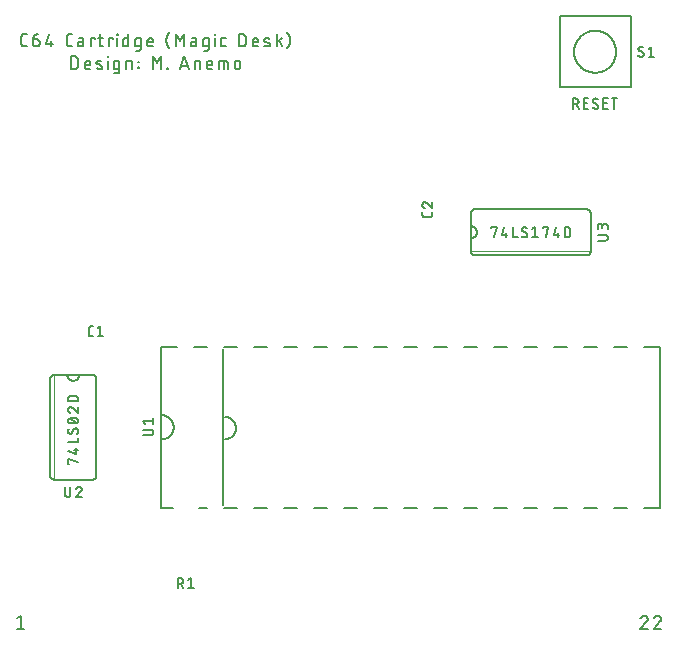
<source format=gto>
G04 EAGLE Gerber RS-274X export*
G75*
%MOMM*%
%FSLAX34Y34*%
%LPD*%
%INTop Silkscreen*%
%IPPOS*%
%AMOC8*
5,1,8,0,0,1.08239X$1,22.5*%
G01*
%ADD10C,0.203200*%
%ADD11C,0.152400*%
%ADD12C,0.127000*%
%ADD13C,0.050800*%


D10*
X43431Y589021D02*
X41061Y589021D01*
X40966Y589023D01*
X40870Y589029D01*
X40775Y589038D01*
X40681Y589052D01*
X40587Y589069D01*
X40494Y589090D01*
X40401Y589115D01*
X40310Y589143D01*
X40220Y589175D01*
X40132Y589211D01*
X40045Y589250D01*
X39959Y589293D01*
X39875Y589339D01*
X39794Y589388D01*
X39714Y589441D01*
X39637Y589497D01*
X39561Y589555D01*
X39489Y589617D01*
X39419Y589682D01*
X39351Y589750D01*
X39286Y589820D01*
X39224Y589892D01*
X39166Y589968D01*
X39110Y590045D01*
X39057Y590125D01*
X39008Y590207D01*
X38962Y590290D01*
X38919Y590376D01*
X38880Y590463D01*
X38844Y590551D01*
X38812Y590641D01*
X38784Y590732D01*
X38759Y590825D01*
X38738Y590918D01*
X38721Y591012D01*
X38707Y591106D01*
X38698Y591201D01*
X38692Y591297D01*
X38690Y591392D01*
X38690Y597318D01*
X38692Y597413D01*
X38698Y597509D01*
X38707Y597604D01*
X38721Y597698D01*
X38738Y597792D01*
X38759Y597885D01*
X38784Y597978D01*
X38812Y598069D01*
X38844Y598159D01*
X38880Y598247D01*
X38919Y598334D01*
X38962Y598420D01*
X39008Y598503D01*
X39057Y598585D01*
X39110Y598665D01*
X39166Y598742D01*
X39224Y598818D01*
X39286Y598890D01*
X39351Y598960D01*
X39419Y599028D01*
X39489Y599093D01*
X39561Y599155D01*
X39637Y599213D01*
X39714Y599269D01*
X39794Y599322D01*
X39875Y599371D01*
X39959Y599417D01*
X40045Y599460D01*
X40132Y599499D01*
X40220Y599535D01*
X40310Y599567D01*
X40401Y599595D01*
X40494Y599620D01*
X40587Y599641D01*
X40681Y599658D01*
X40775Y599672D01*
X40870Y599681D01*
X40965Y599687D01*
X41061Y599689D01*
X43431Y599689D01*
X48265Y594948D02*
X51821Y594948D01*
X51916Y594946D01*
X52012Y594940D01*
X52107Y594931D01*
X52201Y594917D01*
X52295Y594900D01*
X52388Y594879D01*
X52481Y594854D01*
X52572Y594826D01*
X52662Y594794D01*
X52750Y594758D01*
X52837Y594719D01*
X52923Y594676D01*
X53007Y594630D01*
X53088Y594581D01*
X53168Y594528D01*
X53245Y594472D01*
X53321Y594414D01*
X53393Y594352D01*
X53463Y594287D01*
X53531Y594219D01*
X53596Y594149D01*
X53658Y594077D01*
X53716Y594001D01*
X53772Y593924D01*
X53825Y593844D01*
X53874Y593763D01*
X53920Y593679D01*
X53963Y593593D01*
X54002Y593506D01*
X54038Y593418D01*
X54070Y593328D01*
X54098Y593237D01*
X54123Y593144D01*
X54144Y593051D01*
X54161Y592957D01*
X54175Y592863D01*
X54184Y592768D01*
X54190Y592672D01*
X54192Y592577D01*
X54192Y591984D01*
X54191Y591984D02*
X54189Y591877D01*
X54183Y591770D01*
X54174Y591664D01*
X54160Y591558D01*
X54143Y591452D01*
X54122Y591347D01*
X54097Y591243D01*
X54068Y591140D01*
X54036Y591038D01*
X54000Y590937D01*
X53960Y590838D01*
X53917Y590740D01*
X53870Y590644D01*
X53820Y590549D01*
X53767Y590456D01*
X53710Y590366D01*
X53650Y590277D01*
X53587Y590191D01*
X53521Y590107D01*
X53451Y590025D01*
X53379Y589946D01*
X53304Y589870D01*
X53226Y589796D01*
X53146Y589726D01*
X53063Y589658D01*
X52978Y589593D01*
X52891Y589532D01*
X52801Y589473D01*
X52709Y589418D01*
X52616Y589366D01*
X52520Y589318D01*
X52423Y589273D01*
X52325Y589231D01*
X52225Y589194D01*
X52123Y589159D01*
X52021Y589129D01*
X51917Y589102D01*
X51813Y589079D01*
X51707Y589060D01*
X51601Y589045D01*
X51495Y589033D01*
X51388Y589025D01*
X51281Y589021D01*
X51175Y589021D01*
X51068Y589025D01*
X50961Y589033D01*
X50855Y589045D01*
X50749Y589060D01*
X50643Y589079D01*
X50539Y589102D01*
X50435Y589129D01*
X50333Y589159D01*
X50231Y589194D01*
X50131Y589231D01*
X50033Y589273D01*
X49936Y589318D01*
X49840Y589366D01*
X49746Y589418D01*
X49655Y589473D01*
X49565Y589532D01*
X49478Y589593D01*
X49393Y589658D01*
X49310Y589726D01*
X49230Y589796D01*
X49152Y589870D01*
X49077Y589946D01*
X49005Y590025D01*
X48935Y590107D01*
X48869Y590191D01*
X48806Y590277D01*
X48746Y590366D01*
X48689Y590456D01*
X48636Y590549D01*
X48586Y590644D01*
X48539Y590740D01*
X48496Y590838D01*
X48456Y590937D01*
X48420Y591038D01*
X48388Y591140D01*
X48359Y591243D01*
X48334Y591347D01*
X48313Y591452D01*
X48296Y591558D01*
X48282Y591664D01*
X48273Y591770D01*
X48267Y591877D01*
X48265Y591984D01*
X48265Y594948D01*
X48267Y595083D01*
X48273Y595219D01*
X48282Y595354D01*
X48296Y595488D01*
X48313Y595623D01*
X48334Y595756D01*
X48359Y595890D01*
X48388Y596022D01*
X48421Y596153D01*
X48457Y596284D01*
X48497Y596413D01*
X48541Y596541D01*
X48588Y596668D01*
X48639Y596794D01*
X48693Y596917D01*
X48751Y597040D01*
X48813Y597160D01*
X48878Y597279D01*
X48946Y597396D01*
X49018Y597511D01*
X49092Y597624D01*
X49170Y597735D01*
X49252Y597843D01*
X49336Y597949D01*
X49423Y598053D01*
X49513Y598154D01*
X49606Y598252D01*
X49702Y598348D01*
X49800Y598441D01*
X49901Y598531D01*
X50005Y598618D01*
X50111Y598702D01*
X50219Y598784D01*
X50330Y598862D01*
X50443Y598936D01*
X50558Y599008D01*
X50675Y599076D01*
X50794Y599141D01*
X50914Y599203D01*
X51036Y599261D01*
X51160Y599315D01*
X51286Y599366D01*
X51413Y599413D01*
X51541Y599457D01*
X51670Y599497D01*
X51801Y599533D01*
X51932Y599566D01*
X52064Y599595D01*
X52198Y599620D01*
X52331Y599641D01*
X52466Y599658D01*
X52600Y599672D01*
X52735Y599681D01*
X52871Y599687D01*
X53006Y599689D01*
X62066Y599689D02*
X59695Y591392D01*
X65622Y591392D01*
X63844Y593762D02*
X63844Y589021D01*
X79542Y589021D02*
X81912Y589021D01*
X79542Y589021D02*
X79447Y589023D01*
X79351Y589029D01*
X79256Y589038D01*
X79162Y589052D01*
X79068Y589069D01*
X78975Y589090D01*
X78882Y589115D01*
X78791Y589143D01*
X78701Y589175D01*
X78613Y589211D01*
X78526Y589250D01*
X78440Y589293D01*
X78356Y589339D01*
X78275Y589388D01*
X78195Y589441D01*
X78118Y589497D01*
X78042Y589555D01*
X77970Y589617D01*
X77900Y589682D01*
X77832Y589750D01*
X77767Y589820D01*
X77705Y589892D01*
X77647Y589968D01*
X77591Y590045D01*
X77538Y590125D01*
X77489Y590207D01*
X77443Y590290D01*
X77400Y590376D01*
X77361Y590463D01*
X77325Y590551D01*
X77293Y590641D01*
X77265Y590732D01*
X77240Y590825D01*
X77219Y590918D01*
X77202Y591012D01*
X77188Y591106D01*
X77179Y591201D01*
X77173Y591297D01*
X77171Y591392D01*
X77171Y597318D01*
X77173Y597413D01*
X77179Y597509D01*
X77188Y597604D01*
X77202Y597698D01*
X77219Y597792D01*
X77240Y597885D01*
X77265Y597978D01*
X77293Y598069D01*
X77325Y598159D01*
X77361Y598247D01*
X77400Y598334D01*
X77443Y598420D01*
X77489Y598503D01*
X77538Y598585D01*
X77591Y598665D01*
X77647Y598742D01*
X77705Y598818D01*
X77767Y598890D01*
X77832Y598960D01*
X77900Y599028D01*
X77970Y599093D01*
X78042Y599155D01*
X78118Y599213D01*
X78195Y599269D01*
X78275Y599322D01*
X78356Y599371D01*
X78440Y599417D01*
X78526Y599460D01*
X78613Y599499D01*
X78701Y599535D01*
X78791Y599567D01*
X78882Y599595D01*
X78975Y599620D01*
X79068Y599641D01*
X79162Y599658D01*
X79256Y599672D01*
X79351Y599681D01*
X79446Y599687D01*
X79542Y599689D01*
X81912Y599689D01*
X88562Y593170D02*
X91229Y593170D01*
X88562Y593169D02*
X88473Y593167D01*
X88384Y593161D01*
X88295Y593152D01*
X88207Y593138D01*
X88119Y593121D01*
X88032Y593100D01*
X87947Y593076D01*
X87862Y593047D01*
X87779Y593015D01*
X87697Y592980D01*
X87616Y592941D01*
X87538Y592899D01*
X87461Y592853D01*
X87387Y592804D01*
X87314Y592752D01*
X87244Y592696D01*
X87176Y592638D01*
X87111Y592577D01*
X87049Y592513D01*
X86989Y592447D01*
X86933Y592378D01*
X86879Y592307D01*
X86828Y592233D01*
X86781Y592158D01*
X86737Y592080D01*
X86696Y592001D01*
X86659Y591920D01*
X86625Y591837D01*
X86595Y591753D01*
X86569Y591668D01*
X86546Y591581D01*
X86527Y591494D01*
X86511Y591406D01*
X86500Y591318D01*
X86492Y591229D01*
X86488Y591140D01*
X86488Y591050D01*
X86492Y590961D01*
X86500Y590872D01*
X86511Y590784D01*
X86527Y590696D01*
X86546Y590609D01*
X86569Y590522D01*
X86595Y590437D01*
X86625Y590353D01*
X86659Y590270D01*
X86696Y590189D01*
X86737Y590110D01*
X86781Y590032D01*
X86828Y589957D01*
X86879Y589883D01*
X86933Y589812D01*
X86989Y589743D01*
X87049Y589677D01*
X87111Y589613D01*
X87176Y589552D01*
X87244Y589494D01*
X87314Y589438D01*
X87387Y589386D01*
X87461Y589337D01*
X87538Y589291D01*
X87616Y589249D01*
X87697Y589210D01*
X87779Y589175D01*
X87862Y589143D01*
X87947Y589114D01*
X88032Y589090D01*
X88119Y589069D01*
X88207Y589052D01*
X88295Y589038D01*
X88384Y589029D01*
X88473Y589023D01*
X88562Y589021D01*
X91229Y589021D01*
X91229Y594355D01*
X91227Y594437D01*
X91221Y594519D01*
X91212Y594601D01*
X91199Y594682D01*
X91182Y594762D01*
X91161Y594842D01*
X91137Y594920D01*
X91109Y594997D01*
X91078Y595073D01*
X91043Y595148D01*
X91004Y595220D01*
X90963Y595291D01*
X90918Y595360D01*
X90870Y595426D01*
X90819Y595491D01*
X90765Y595553D01*
X90708Y595612D01*
X90649Y595669D01*
X90587Y595723D01*
X90522Y595774D01*
X90456Y595822D01*
X90387Y595867D01*
X90316Y595908D01*
X90244Y595947D01*
X90169Y595982D01*
X90093Y596013D01*
X90016Y596041D01*
X89938Y596065D01*
X89858Y596086D01*
X89778Y596103D01*
X89697Y596116D01*
X89615Y596125D01*
X89533Y596131D01*
X89451Y596133D01*
X87081Y596133D01*
X97344Y596133D02*
X97344Y589021D01*
X97344Y596133D02*
X100900Y596133D01*
X100900Y594948D01*
X103795Y596133D02*
X107351Y596133D01*
X104980Y599689D02*
X104980Y590799D01*
X104982Y590717D01*
X104988Y590635D01*
X104997Y590553D01*
X105010Y590472D01*
X105027Y590392D01*
X105048Y590312D01*
X105072Y590234D01*
X105100Y590157D01*
X105131Y590081D01*
X105166Y590006D01*
X105205Y589934D01*
X105246Y589863D01*
X105291Y589794D01*
X105339Y589728D01*
X105390Y589663D01*
X105444Y589601D01*
X105501Y589542D01*
X105560Y589485D01*
X105622Y589431D01*
X105687Y589380D01*
X105753Y589332D01*
X105822Y589287D01*
X105893Y589246D01*
X105965Y589207D01*
X106040Y589172D01*
X106116Y589141D01*
X106193Y589113D01*
X106271Y589089D01*
X106351Y589068D01*
X106431Y589051D01*
X106512Y589038D01*
X106594Y589029D01*
X106676Y589023D01*
X106758Y589021D01*
X107351Y589021D01*
X112584Y589021D02*
X112584Y596133D01*
X116140Y596133D01*
X116140Y594948D01*
X119808Y596133D02*
X119808Y589021D01*
X119512Y599096D02*
X119512Y599689D01*
X120104Y599689D01*
X120104Y599096D01*
X119512Y599096D01*
X129329Y599689D02*
X129329Y589021D01*
X126366Y589021D01*
X126284Y589023D01*
X126202Y589029D01*
X126120Y589038D01*
X126039Y589051D01*
X125959Y589068D01*
X125879Y589089D01*
X125801Y589113D01*
X125724Y589141D01*
X125648Y589172D01*
X125573Y589207D01*
X125501Y589246D01*
X125430Y589287D01*
X125361Y589332D01*
X125295Y589380D01*
X125230Y589431D01*
X125168Y589485D01*
X125109Y589542D01*
X125052Y589601D01*
X124998Y589663D01*
X124947Y589728D01*
X124899Y589794D01*
X124854Y589863D01*
X124813Y589934D01*
X124774Y590006D01*
X124739Y590081D01*
X124708Y590157D01*
X124680Y590234D01*
X124656Y590312D01*
X124635Y590392D01*
X124618Y590472D01*
X124605Y590553D01*
X124596Y590635D01*
X124590Y590717D01*
X124588Y590799D01*
X124588Y594355D01*
X124590Y594437D01*
X124596Y594519D01*
X124605Y594601D01*
X124618Y594682D01*
X124635Y594762D01*
X124656Y594842D01*
X124680Y594920D01*
X124708Y594997D01*
X124739Y595073D01*
X124774Y595148D01*
X124813Y595220D01*
X124854Y595291D01*
X124899Y595360D01*
X124947Y595426D01*
X124998Y595491D01*
X125052Y595553D01*
X125109Y595612D01*
X125168Y595669D01*
X125230Y595723D01*
X125295Y595774D01*
X125361Y595822D01*
X125430Y595867D01*
X125501Y595908D01*
X125573Y595947D01*
X125648Y595982D01*
X125724Y596013D01*
X125801Y596041D01*
X125879Y596065D01*
X125959Y596086D01*
X126039Y596103D01*
X126120Y596116D01*
X126202Y596125D01*
X126284Y596131D01*
X126366Y596133D01*
X129329Y596133D01*
X136653Y589021D02*
X139616Y589021D01*
X136653Y589021D02*
X136571Y589023D01*
X136489Y589029D01*
X136407Y589038D01*
X136326Y589051D01*
X136246Y589068D01*
X136166Y589089D01*
X136088Y589113D01*
X136011Y589141D01*
X135935Y589172D01*
X135860Y589207D01*
X135788Y589246D01*
X135717Y589287D01*
X135648Y589332D01*
X135582Y589380D01*
X135517Y589431D01*
X135455Y589485D01*
X135396Y589542D01*
X135339Y589601D01*
X135285Y589663D01*
X135234Y589728D01*
X135186Y589794D01*
X135141Y589863D01*
X135100Y589934D01*
X135061Y590006D01*
X135026Y590081D01*
X134995Y590157D01*
X134967Y590234D01*
X134943Y590312D01*
X134922Y590392D01*
X134905Y590472D01*
X134892Y590553D01*
X134883Y590635D01*
X134877Y590717D01*
X134875Y590799D01*
X134875Y594355D01*
X134877Y594437D01*
X134883Y594519D01*
X134892Y594601D01*
X134905Y594682D01*
X134922Y594762D01*
X134943Y594842D01*
X134967Y594920D01*
X134995Y594997D01*
X135026Y595073D01*
X135061Y595148D01*
X135100Y595220D01*
X135141Y595291D01*
X135186Y595360D01*
X135234Y595426D01*
X135285Y595491D01*
X135339Y595553D01*
X135396Y595612D01*
X135455Y595669D01*
X135517Y595723D01*
X135582Y595774D01*
X135648Y595822D01*
X135717Y595867D01*
X135788Y595908D01*
X135860Y595947D01*
X135935Y595982D01*
X136011Y596013D01*
X136088Y596041D01*
X136166Y596065D01*
X136246Y596086D01*
X136326Y596103D01*
X136407Y596116D01*
X136489Y596125D01*
X136571Y596131D01*
X136653Y596133D01*
X139616Y596133D01*
X139616Y587243D01*
X139614Y587161D01*
X139608Y587079D01*
X139599Y586997D01*
X139586Y586916D01*
X139569Y586836D01*
X139548Y586756D01*
X139524Y586678D01*
X139496Y586601D01*
X139465Y586525D01*
X139430Y586450D01*
X139391Y586378D01*
X139350Y586307D01*
X139305Y586238D01*
X139257Y586172D01*
X139206Y586107D01*
X139152Y586045D01*
X139095Y585986D01*
X139036Y585929D01*
X138974Y585875D01*
X138909Y585824D01*
X138843Y585776D01*
X138774Y585731D01*
X138703Y585690D01*
X138631Y585651D01*
X138556Y585616D01*
X138480Y585585D01*
X138403Y585557D01*
X138325Y585533D01*
X138245Y585512D01*
X138165Y585495D01*
X138084Y585482D01*
X138002Y585473D01*
X137920Y585467D01*
X137838Y585465D01*
X135468Y585465D01*
X147028Y589021D02*
X149992Y589021D01*
X147028Y589021D02*
X146946Y589023D01*
X146864Y589029D01*
X146782Y589038D01*
X146701Y589051D01*
X146621Y589068D01*
X146541Y589089D01*
X146463Y589113D01*
X146386Y589141D01*
X146310Y589172D01*
X146235Y589207D01*
X146163Y589246D01*
X146092Y589287D01*
X146023Y589332D01*
X145957Y589380D01*
X145892Y589431D01*
X145830Y589485D01*
X145771Y589542D01*
X145714Y589601D01*
X145660Y589663D01*
X145609Y589728D01*
X145561Y589794D01*
X145516Y589863D01*
X145475Y589934D01*
X145436Y590006D01*
X145401Y590081D01*
X145370Y590157D01*
X145342Y590234D01*
X145318Y590312D01*
X145297Y590392D01*
X145280Y590472D01*
X145267Y590553D01*
X145258Y590635D01*
X145252Y590717D01*
X145250Y590799D01*
X145250Y593762D01*
X145252Y593859D01*
X145258Y593955D01*
X145268Y594051D01*
X145282Y594147D01*
X145299Y594242D01*
X145321Y594337D01*
X145346Y594430D01*
X145375Y594522D01*
X145408Y594613D01*
X145445Y594703D01*
X145485Y594791D01*
X145529Y594877D01*
X145576Y594961D01*
X145626Y595044D01*
X145680Y595124D01*
X145738Y595202D01*
X145798Y595278D01*
X145861Y595351D01*
X145927Y595421D01*
X145997Y595489D01*
X146068Y595554D01*
X146143Y595616D01*
X146220Y595674D01*
X146299Y595730D01*
X146380Y595782D01*
X146464Y595831D01*
X146549Y595877D01*
X146636Y595919D01*
X146725Y595957D01*
X146815Y595992D01*
X146907Y596023D01*
X147000Y596050D01*
X147093Y596074D01*
X147188Y596093D01*
X147284Y596109D01*
X147380Y596121D01*
X147476Y596129D01*
X147573Y596133D01*
X147669Y596133D01*
X147766Y596129D01*
X147862Y596121D01*
X147958Y596109D01*
X148054Y596093D01*
X148149Y596074D01*
X148242Y596050D01*
X148335Y596023D01*
X148427Y595992D01*
X148517Y595957D01*
X148606Y595919D01*
X148693Y595877D01*
X148778Y595831D01*
X148862Y595782D01*
X148943Y595730D01*
X149022Y595674D01*
X149099Y595616D01*
X149174Y595554D01*
X149245Y595489D01*
X149315Y595421D01*
X149381Y595351D01*
X149444Y595278D01*
X149504Y595202D01*
X149562Y595124D01*
X149616Y595044D01*
X149666Y594961D01*
X149713Y594877D01*
X149757Y594791D01*
X149797Y594703D01*
X149834Y594613D01*
X149867Y594522D01*
X149896Y594430D01*
X149921Y594337D01*
X149943Y594242D01*
X149960Y594147D01*
X149974Y594051D01*
X149984Y593955D01*
X149990Y593859D01*
X149992Y593762D01*
X149992Y592577D01*
X145250Y592577D01*
X161339Y594355D02*
X161342Y594599D01*
X161351Y594843D01*
X161365Y595087D01*
X161386Y595330D01*
X161412Y595573D01*
X161445Y595815D01*
X161483Y596056D01*
X161526Y596296D01*
X161576Y596535D01*
X161631Y596773D01*
X161692Y597009D01*
X161759Y597244D01*
X161831Y597477D01*
X161909Y597708D01*
X161992Y597938D01*
X162081Y598165D01*
X162176Y598390D01*
X162275Y598613D01*
X162381Y598833D01*
X162491Y599051D01*
X162606Y599266D01*
X162727Y599478D01*
X162853Y599688D01*
X162984Y599894D01*
X163119Y600097D01*
X163260Y600296D01*
X163405Y600492D01*
X163555Y600685D01*
X163710Y600874D01*
X161339Y594355D02*
X161342Y594111D01*
X161351Y593867D01*
X161365Y593623D01*
X161386Y593380D01*
X161412Y593137D01*
X161445Y592895D01*
X161483Y592654D01*
X161526Y592414D01*
X161576Y592175D01*
X161631Y591937D01*
X161692Y591701D01*
X161759Y591466D01*
X161831Y591233D01*
X161909Y591002D01*
X161992Y590772D01*
X162081Y590545D01*
X162176Y590320D01*
X162275Y590097D01*
X162381Y589877D01*
X162491Y589659D01*
X162606Y589444D01*
X162727Y589232D01*
X162853Y589022D01*
X162984Y588816D01*
X163119Y588613D01*
X163260Y588414D01*
X163405Y588218D01*
X163555Y588025D01*
X163710Y587836D01*
X169211Y589021D02*
X169211Y599689D01*
X172767Y593762D01*
X176323Y599689D01*
X176323Y589021D01*
X184193Y593170D02*
X186860Y593170D01*
X184193Y593169D02*
X184104Y593167D01*
X184015Y593161D01*
X183926Y593152D01*
X183838Y593138D01*
X183750Y593121D01*
X183663Y593100D01*
X183578Y593076D01*
X183493Y593047D01*
X183410Y593015D01*
X183328Y592980D01*
X183247Y592941D01*
X183169Y592899D01*
X183092Y592853D01*
X183018Y592804D01*
X182945Y592752D01*
X182875Y592696D01*
X182807Y592638D01*
X182742Y592577D01*
X182680Y592513D01*
X182620Y592447D01*
X182564Y592378D01*
X182510Y592307D01*
X182459Y592233D01*
X182412Y592158D01*
X182368Y592080D01*
X182327Y592001D01*
X182290Y591920D01*
X182256Y591837D01*
X182226Y591753D01*
X182200Y591668D01*
X182177Y591581D01*
X182158Y591494D01*
X182142Y591406D01*
X182131Y591318D01*
X182123Y591229D01*
X182119Y591140D01*
X182119Y591050D01*
X182123Y590961D01*
X182131Y590872D01*
X182142Y590784D01*
X182158Y590696D01*
X182177Y590609D01*
X182200Y590522D01*
X182226Y590437D01*
X182256Y590353D01*
X182290Y590270D01*
X182327Y590189D01*
X182368Y590110D01*
X182412Y590032D01*
X182459Y589957D01*
X182510Y589883D01*
X182564Y589812D01*
X182620Y589743D01*
X182680Y589677D01*
X182742Y589613D01*
X182807Y589552D01*
X182875Y589494D01*
X182945Y589438D01*
X183018Y589386D01*
X183092Y589337D01*
X183169Y589291D01*
X183247Y589249D01*
X183328Y589210D01*
X183410Y589175D01*
X183493Y589143D01*
X183578Y589114D01*
X183663Y589090D01*
X183750Y589069D01*
X183838Y589052D01*
X183926Y589038D01*
X184015Y589029D01*
X184104Y589023D01*
X184193Y589021D01*
X186860Y589021D01*
X186860Y594355D01*
X186858Y594437D01*
X186852Y594519D01*
X186843Y594601D01*
X186830Y594682D01*
X186813Y594762D01*
X186792Y594842D01*
X186768Y594920D01*
X186740Y594997D01*
X186709Y595073D01*
X186674Y595148D01*
X186635Y595220D01*
X186594Y595291D01*
X186549Y595360D01*
X186501Y595426D01*
X186450Y595491D01*
X186396Y595553D01*
X186339Y595612D01*
X186280Y595669D01*
X186218Y595723D01*
X186153Y595774D01*
X186087Y595822D01*
X186018Y595867D01*
X185947Y595908D01*
X185875Y595947D01*
X185800Y595982D01*
X185724Y596013D01*
X185647Y596041D01*
X185569Y596065D01*
X185489Y596086D01*
X185409Y596103D01*
X185328Y596116D01*
X185246Y596125D01*
X185164Y596131D01*
X185082Y596133D01*
X182712Y596133D01*
X194184Y589021D02*
X197147Y589021D01*
X194184Y589021D02*
X194102Y589023D01*
X194020Y589029D01*
X193938Y589038D01*
X193857Y589051D01*
X193777Y589068D01*
X193697Y589089D01*
X193619Y589113D01*
X193542Y589141D01*
X193466Y589172D01*
X193391Y589207D01*
X193319Y589246D01*
X193248Y589287D01*
X193179Y589332D01*
X193113Y589380D01*
X193048Y589431D01*
X192986Y589485D01*
X192927Y589542D01*
X192870Y589601D01*
X192816Y589663D01*
X192765Y589728D01*
X192717Y589794D01*
X192672Y589863D01*
X192631Y589934D01*
X192592Y590006D01*
X192557Y590081D01*
X192526Y590157D01*
X192498Y590234D01*
X192474Y590312D01*
X192453Y590392D01*
X192436Y590472D01*
X192423Y590553D01*
X192414Y590635D01*
X192408Y590717D01*
X192406Y590799D01*
X192406Y594355D01*
X192408Y594437D01*
X192414Y594519D01*
X192423Y594601D01*
X192436Y594682D01*
X192453Y594762D01*
X192474Y594842D01*
X192498Y594920D01*
X192526Y594997D01*
X192557Y595073D01*
X192592Y595148D01*
X192631Y595220D01*
X192672Y595291D01*
X192717Y595360D01*
X192765Y595426D01*
X192816Y595491D01*
X192870Y595553D01*
X192927Y595612D01*
X192986Y595669D01*
X193048Y595723D01*
X193113Y595774D01*
X193179Y595822D01*
X193248Y595867D01*
X193319Y595908D01*
X193391Y595947D01*
X193466Y595982D01*
X193542Y596013D01*
X193619Y596041D01*
X193697Y596065D01*
X193777Y596086D01*
X193857Y596103D01*
X193938Y596116D01*
X194020Y596125D01*
X194102Y596131D01*
X194184Y596133D01*
X197147Y596133D01*
X197147Y587243D01*
X197145Y587161D01*
X197139Y587079D01*
X197130Y586997D01*
X197117Y586916D01*
X197100Y586836D01*
X197079Y586756D01*
X197055Y586678D01*
X197027Y586601D01*
X196996Y586525D01*
X196961Y586450D01*
X196922Y586378D01*
X196881Y586307D01*
X196836Y586238D01*
X196788Y586172D01*
X196737Y586107D01*
X196683Y586045D01*
X196626Y585986D01*
X196567Y585929D01*
X196505Y585875D01*
X196440Y585824D01*
X196374Y585776D01*
X196305Y585731D01*
X196234Y585690D01*
X196162Y585651D01*
X196087Y585616D01*
X196011Y585585D01*
X195934Y585557D01*
X195856Y585533D01*
X195776Y585512D01*
X195696Y585495D01*
X195615Y585482D01*
X195533Y585473D01*
X195451Y585467D01*
X195369Y585465D01*
X192999Y585465D01*
X202485Y589021D02*
X202485Y596133D01*
X202189Y599096D02*
X202189Y599689D01*
X202781Y599689D01*
X202781Y599096D01*
X202189Y599096D01*
X209151Y589021D02*
X211522Y589021D01*
X209151Y589021D02*
X209069Y589023D01*
X208987Y589029D01*
X208905Y589038D01*
X208824Y589051D01*
X208744Y589068D01*
X208664Y589089D01*
X208586Y589113D01*
X208509Y589141D01*
X208433Y589172D01*
X208358Y589207D01*
X208286Y589246D01*
X208215Y589287D01*
X208146Y589332D01*
X208080Y589380D01*
X208015Y589431D01*
X207953Y589485D01*
X207894Y589542D01*
X207837Y589601D01*
X207783Y589663D01*
X207732Y589728D01*
X207684Y589794D01*
X207639Y589863D01*
X207598Y589934D01*
X207559Y590006D01*
X207524Y590081D01*
X207493Y590157D01*
X207465Y590234D01*
X207441Y590312D01*
X207420Y590392D01*
X207403Y590472D01*
X207390Y590553D01*
X207381Y590635D01*
X207375Y590717D01*
X207373Y590799D01*
X207373Y594355D01*
X207375Y594437D01*
X207381Y594519D01*
X207390Y594601D01*
X207403Y594682D01*
X207420Y594762D01*
X207441Y594842D01*
X207465Y594920D01*
X207493Y594997D01*
X207524Y595073D01*
X207559Y595148D01*
X207598Y595220D01*
X207639Y595291D01*
X207684Y595360D01*
X207732Y595426D01*
X207783Y595491D01*
X207837Y595553D01*
X207894Y595612D01*
X207953Y595669D01*
X208015Y595723D01*
X208080Y595774D01*
X208146Y595822D01*
X208215Y595867D01*
X208286Y595908D01*
X208358Y595947D01*
X208433Y595982D01*
X208509Y596013D01*
X208586Y596041D01*
X208664Y596065D01*
X208744Y596086D01*
X208824Y596103D01*
X208905Y596116D01*
X208987Y596125D01*
X209069Y596131D01*
X209151Y596133D01*
X211522Y596133D01*
X222762Y599689D02*
X222762Y589021D01*
X222762Y599689D02*
X225726Y599689D01*
X225832Y599687D01*
X225937Y599681D01*
X226043Y599672D01*
X226148Y599659D01*
X226252Y599642D01*
X226356Y599621D01*
X226459Y599597D01*
X226561Y599569D01*
X226662Y599537D01*
X226761Y599502D01*
X226860Y599463D01*
X226957Y599421D01*
X227052Y599376D01*
X227146Y599327D01*
X227238Y599274D01*
X227328Y599219D01*
X227416Y599160D01*
X227502Y599098D01*
X227585Y599033D01*
X227666Y598965D01*
X227745Y598895D01*
X227821Y598821D01*
X227895Y598745D01*
X227965Y598666D01*
X228033Y598585D01*
X228098Y598502D01*
X228160Y598416D01*
X228219Y598328D01*
X228274Y598238D01*
X228327Y598146D01*
X228376Y598052D01*
X228421Y597957D01*
X228463Y597860D01*
X228502Y597761D01*
X228537Y597662D01*
X228569Y597561D01*
X228597Y597459D01*
X228621Y597356D01*
X228642Y597252D01*
X228659Y597148D01*
X228672Y597043D01*
X228681Y596937D01*
X228687Y596832D01*
X228689Y596726D01*
X228689Y591984D01*
X228687Y591878D01*
X228681Y591773D01*
X228672Y591667D01*
X228659Y591562D01*
X228642Y591458D01*
X228621Y591354D01*
X228597Y591251D01*
X228569Y591149D01*
X228537Y591048D01*
X228502Y590949D01*
X228463Y590850D01*
X228421Y590753D01*
X228376Y590658D01*
X228327Y590564D01*
X228274Y590472D01*
X228219Y590382D01*
X228160Y590294D01*
X228098Y590208D01*
X228033Y590125D01*
X227965Y590044D01*
X227895Y589965D01*
X227821Y589889D01*
X227745Y589815D01*
X227666Y589745D01*
X227585Y589677D01*
X227502Y589612D01*
X227416Y589550D01*
X227328Y589491D01*
X227238Y589436D01*
X227146Y589383D01*
X227052Y589334D01*
X226957Y589289D01*
X226860Y589247D01*
X226761Y589208D01*
X226662Y589173D01*
X226561Y589141D01*
X226459Y589113D01*
X226356Y589089D01*
X226252Y589068D01*
X226148Y589051D01*
X226043Y589038D01*
X225937Y589029D01*
X225832Y589023D01*
X225726Y589021D01*
X222762Y589021D01*
X236182Y589021D02*
X239145Y589021D01*
X236182Y589021D02*
X236100Y589023D01*
X236018Y589029D01*
X235936Y589038D01*
X235855Y589051D01*
X235775Y589068D01*
X235695Y589089D01*
X235617Y589113D01*
X235540Y589141D01*
X235464Y589172D01*
X235389Y589207D01*
X235317Y589246D01*
X235246Y589287D01*
X235177Y589332D01*
X235111Y589380D01*
X235046Y589431D01*
X234984Y589485D01*
X234925Y589542D01*
X234868Y589601D01*
X234814Y589663D01*
X234763Y589728D01*
X234715Y589794D01*
X234670Y589863D01*
X234629Y589934D01*
X234590Y590006D01*
X234555Y590081D01*
X234524Y590157D01*
X234496Y590234D01*
X234472Y590312D01*
X234451Y590392D01*
X234434Y590472D01*
X234421Y590553D01*
X234412Y590635D01*
X234406Y590717D01*
X234404Y590799D01*
X234404Y593762D01*
X234406Y593859D01*
X234412Y593955D01*
X234422Y594051D01*
X234436Y594147D01*
X234453Y594242D01*
X234475Y594337D01*
X234500Y594430D01*
X234529Y594522D01*
X234562Y594613D01*
X234599Y594703D01*
X234639Y594791D01*
X234683Y594877D01*
X234730Y594961D01*
X234780Y595044D01*
X234834Y595124D01*
X234892Y595202D01*
X234952Y595278D01*
X235015Y595351D01*
X235081Y595421D01*
X235151Y595489D01*
X235222Y595554D01*
X235297Y595616D01*
X235374Y595674D01*
X235453Y595730D01*
X235534Y595782D01*
X235618Y595831D01*
X235703Y595877D01*
X235790Y595919D01*
X235879Y595957D01*
X235969Y595992D01*
X236061Y596023D01*
X236154Y596050D01*
X236247Y596074D01*
X236342Y596093D01*
X236438Y596109D01*
X236534Y596121D01*
X236630Y596129D01*
X236727Y596133D01*
X236823Y596133D01*
X236920Y596129D01*
X237016Y596121D01*
X237112Y596109D01*
X237208Y596093D01*
X237303Y596074D01*
X237396Y596050D01*
X237489Y596023D01*
X237581Y595992D01*
X237671Y595957D01*
X237760Y595919D01*
X237847Y595877D01*
X237932Y595831D01*
X238016Y595782D01*
X238097Y595730D01*
X238176Y595674D01*
X238253Y595616D01*
X238328Y595554D01*
X238399Y595489D01*
X238469Y595421D01*
X238535Y595351D01*
X238598Y595278D01*
X238658Y595202D01*
X238716Y595124D01*
X238770Y595044D01*
X238820Y594961D01*
X238867Y594877D01*
X238911Y594791D01*
X238951Y594703D01*
X238988Y594613D01*
X239021Y594522D01*
X239050Y594430D01*
X239075Y594337D01*
X239097Y594242D01*
X239114Y594147D01*
X239128Y594051D01*
X239138Y593955D01*
X239144Y593859D01*
X239146Y593762D01*
X239145Y593762D02*
X239145Y592577D01*
X234404Y592577D01*
X245199Y593170D02*
X248162Y591984D01*
X245199Y593169D02*
X245128Y593200D01*
X245058Y593234D01*
X244990Y593271D01*
X244925Y593312D01*
X244861Y593357D01*
X244800Y593404D01*
X244741Y593455D01*
X244684Y593508D01*
X244631Y593564D01*
X244580Y593623D01*
X244533Y593684D01*
X244488Y593748D01*
X244447Y593813D01*
X244409Y593881D01*
X244375Y593951D01*
X244344Y594022D01*
X244317Y594094D01*
X244294Y594168D01*
X244274Y594243D01*
X244258Y594319D01*
X244246Y594396D01*
X244238Y594473D01*
X244234Y594550D01*
X244233Y594628D01*
X244237Y594705D01*
X244244Y594783D01*
X244256Y594859D01*
X244271Y594935D01*
X244290Y595011D01*
X244313Y595085D01*
X244339Y595158D01*
X244369Y595229D01*
X244403Y595299D01*
X244440Y595367D01*
X244481Y595433D01*
X244525Y595497D01*
X244572Y595559D01*
X244622Y595618D01*
X244675Y595674D01*
X244731Y595728D01*
X244789Y595779D01*
X244850Y595827D01*
X244913Y595872D01*
X244979Y595914D01*
X245046Y595952D01*
X245116Y595987D01*
X245187Y596018D01*
X245259Y596046D01*
X245333Y596069D01*
X245408Y596090D01*
X245483Y596106D01*
X245560Y596119D01*
X245637Y596127D01*
X245714Y596132D01*
X245792Y596133D01*
X245954Y596129D01*
X246116Y596121D01*
X246277Y596109D01*
X246438Y596093D01*
X246599Y596073D01*
X246759Y596050D01*
X246918Y596022D01*
X247077Y595991D01*
X247235Y595956D01*
X247392Y595917D01*
X247548Y595874D01*
X247703Y595828D01*
X247857Y595778D01*
X248010Y595724D01*
X248161Y595666D01*
X248311Y595605D01*
X248459Y595541D01*
X248163Y591985D02*
X248234Y591954D01*
X248304Y591920D01*
X248372Y591883D01*
X248437Y591842D01*
X248501Y591797D01*
X248562Y591750D01*
X248621Y591699D01*
X248678Y591646D01*
X248731Y591590D01*
X248782Y591531D01*
X248829Y591470D01*
X248874Y591406D01*
X248915Y591341D01*
X248953Y591273D01*
X248987Y591203D01*
X249018Y591132D01*
X249045Y591060D01*
X249068Y590986D01*
X249088Y590911D01*
X249104Y590835D01*
X249116Y590758D01*
X249124Y590681D01*
X249128Y590604D01*
X249129Y590526D01*
X249125Y590449D01*
X249118Y590371D01*
X249106Y590295D01*
X249091Y590219D01*
X249072Y590143D01*
X249049Y590069D01*
X249023Y589996D01*
X248993Y589925D01*
X248959Y589855D01*
X248922Y589787D01*
X248881Y589721D01*
X248837Y589657D01*
X248790Y589595D01*
X248740Y589536D01*
X248687Y589480D01*
X248631Y589426D01*
X248573Y589375D01*
X248512Y589327D01*
X248449Y589282D01*
X248383Y589240D01*
X248316Y589202D01*
X248246Y589167D01*
X248176Y589136D01*
X248103Y589108D01*
X248029Y589085D01*
X247954Y589064D01*
X247879Y589048D01*
X247802Y589035D01*
X247725Y589027D01*
X247648Y589022D01*
X247570Y589021D01*
X247569Y589021D02*
X247332Y589027D01*
X247094Y589039D01*
X246857Y589056D01*
X246621Y589080D01*
X246385Y589108D01*
X246149Y589142D01*
X245915Y589182D01*
X245682Y589227D01*
X245449Y589278D01*
X245218Y589334D01*
X244989Y589396D01*
X244761Y589463D01*
X244534Y589536D01*
X244310Y589614D01*
X254800Y589021D02*
X254800Y599689D01*
X259542Y596133D02*
X254800Y592577D01*
X256875Y594059D02*
X259542Y589021D01*
X263738Y587836D02*
X263893Y588025D01*
X264043Y588218D01*
X264188Y588414D01*
X264329Y588613D01*
X264464Y588816D01*
X264595Y589022D01*
X264721Y589232D01*
X264842Y589444D01*
X264957Y589659D01*
X265067Y589877D01*
X265173Y590097D01*
X265272Y590320D01*
X265367Y590545D01*
X265456Y590772D01*
X265539Y591002D01*
X265617Y591233D01*
X265689Y591466D01*
X265756Y591701D01*
X265817Y591937D01*
X265872Y592175D01*
X265922Y592414D01*
X265965Y592654D01*
X266003Y592895D01*
X266036Y593137D01*
X266062Y593380D01*
X266083Y593623D01*
X266097Y593867D01*
X266106Y594111D01*
X266109Y594355D01*
X266106Y594599D01*
X266097Y594843D01*
X266083Y595087D01*
X266062Y595330D01*
X266036Y595573D01*
X266003Y595815D01*
X265965Y596056D01*
X265922Y596296D01*
X265872Y596535D01*
X265817Y596773D01*
X265756Y597009D01*
X265689Y597244D01*
X265617Y597477D01*
X265539Y597708D01*
X265456Y597938D01*
X265367Y598165D01*
X265272Y598390D01*
X265173Y598613D01*
X265067Y598833D01*
X264957Y599051D01*
X264842Y599266D01*
X264721Y599478D01*
X264595Y599688D01*
X264464Y599894D01*
X264329Y600097D01*
X264188Y600296D01*
X264043Y600492D01*
X263893Y600685D01*
X263738Y600874D01*
X80772Y580639D02*
X80772Y569971D01*
X80772Y580639D02*
X83735Y580639D01*
X83841Y580637D01*
X83946Y580631D01*
X84052Y580622D01*
X84157Y580609D01*
X84261Y580592D01*
X84365Y580571D01*
X84468Y580547D01*
X84570Y580519D01*
X84671Y580487D01*
X84770Y580452D01*
X84869Y580413D01*
X84966Y580371D01*
X85061Y580326D01*
X85155Y580277D01*
X85247Y580224D01*
X85337Y580169D01*
X85425Y580110D01*
X85511Y580048D01*
X85594Y579983D01*
X85675Y579915D01*
X85754Y579845D01*
X85830Y579771D01*
X85904Y579695D01*
X85974Y579616D01*
X86042Y579535D01*
X86107Y579452D01*
X86169Y579366D01*
X86228Y579278D01*
X86283Y579188D01*
X86336Y579096D01*
X86385Y579002D01*
X86430Y578907D01*
X86472Y578810D01*
X86511Y578711D01*
X86546Y578612D01*
X86578Y578511D01*
X86606Y578409D01*
X86630Y578306D01*
X86651Y578202D01*
X86668Y578098D01*
X86681Y577993D01*
X86690Y577887D01*
X86696Y577782D01*
X86698Y577676D01*
X86699Y577676D02*
X86699Y572934D01*
X86698Y572934D02*
X86696Y572828D01*
X86690Y572723D01*
X86681Y572617D01*
X86668Y572512D01*
X86651Y572408D01*
X86630Y572304D01*
X86606Y572201D01*
X86578Y572099D01*
X86546Y571998D01*
X86511Y571899D01*
X86472Y571800D01*
X86430Y571703D01*
X86385Y571608D01*
X86336Y571514D01*
X86283Y571422D01*
X86228Y571332D01*
X86169Y571244D01*
X86107Y571158D01*
X86042Y571075D01*
X85974Y570994D01*
X85904Y570915D01*
X85830Y570839D01*
X85754Y570765D01*
X85675Y570695D01*
X85594Y570627D01*
X85511Y570562D01*
X85425Y570500D01*
X85337Y570441D01*
X85247Y570386D01*
X85155Y570333D01*
X85061Y570284D01*
X84966Y570239D01*
X84869Y570197D01*
X84770Y570158D01*
X84671Y570123D01*
X84570Y570091D01*
X84468Y570063D01*
X84365Y570039D01*
X84261Y570018D01*
X84157Y570001D01*
X84052Y569988D01*
X83946Y569979D01*
X83841Y569973D01*
X83735Y569971D01*
X80772Y569971D01*
X94192Y569971D02*
X97155Y569971D01*
X94192Y569971D02*
X94110Y569973D01*
X94028Y569979D01*
X93946Y569988D01*
X93865Y570001D01*
X93785Y570018D01*
X93705Y570039D01*
X93627Y570063D01*
X93550Y570091D01*
X93474Y570122D01*
X93399Y570157D01*
X93327Y570196D01*
X93256Y570237D01*
X93187Y570282D01*
X93121Y570330D01*
X93056Y570381D01*
X92994Y570435D01*
X92935Y570492D01*
X92878Y570551D01*
X92824Y570613D01*
X92773Y570678D01*
X92725Y570744D01*
X92680Y570813D01*
X92639Y570884D01*
X92600Y570956D01*
X92565Y571031D01*
X92534Y571107D01*
X92506Y571184D01*
X92482Y571262D01*
X92461Y571342D01*
X92444Y571422D01*
X92431Y571503D01*
X92422Y571585D01*
X92416Y571667D01*
X92414Y571749D01*
X92414Y574712D01*
X92413Y574712D02*
X92415Y574809D01*
X92421Y574905D01*
X92431Y575001D01*
X92445Y575097D01*
X92462Y575192D01*
X92484Y575287D01*
X92509Y575380D01*
X92538Y575472D01*
X92571Y575563D01*
X92608Y575653D01*
X92648Y575741D01*
X92692Y575827D01*
X92739Y575911D01*
X92789Y575994D01*
X92843Y576074D01*
X92901Y576152D01*
X92961Y576228D01*
X93024Y576301D01*
X93090Y576371D01*
X93160Y576439D01*
X93231Y576504D01*
X93306Y576566D01*
X93383Y576624D01*
X93462Y576680D01*
X93543Y576732D01*
X93627Y576781D01*
X93712Y576827D01*
X93799Y576869D01*
X93888Y576907D01*
X93978Y576942D01*
X94070Y576973D01*
X94163Y577000D01*
X94256Y577024D01*
X94351Y577043D01*
X94447Y577059D01*
X94543Y577071D01*
X94639Y577079D01*
X94736Y577083D01*
X94832Y577083D01*
X94929Y577079D01*
X95025Y577071D01*
X95121Y577059D01*
X95217Y577043D01*
X95312Y577024D01*
X95405Y577000D01*
X95498Y576973D01*
X95590Y576942D01*
X95680Y576907D01*
X95769Y576869D01*
X95856Y576827D01*
X95941Y576781D01*
X96025Y576732D01*
X96106Y576680D01*
X96185Y576624D01*
X96262Y576566D01*
X96337Y576504D01*
X96408Y576439D01*
X96478Y576371D01*
X96544Y576301D01*
X96607Y576228D01*
X96667Y576152D01*
X96725Y576074D01*
X96779Y575994D01*
X96829Y575911D01*
X96876Y575827D01*
X96920Y575741D01*
X96960Y575653D01*
X96997Y575563D01*
X97030Y575472D01*
X97059Y575380D01*
X97084Y575287D01*
X97106Y575192D01*
X97123Y575097D01*
X97137Y575001D01*
X97147Y574905D01*
X97153Y574809D01*
X97155Y574712D01*
X97155Y573527D01*
X92414Y573527D01*
X103209Y574120D02*
X106172Y572934D01*
X103208Y574119D02*
X103137Y574150D01*
X103067Y574184D01*
X102999Y574221D01*
X102934Y574262D01*
X102870Y574307D01*
X102809Y574354D01*
X102750Y574405D01*
X102693Y574458D01*
X102640Y574514D01*
X102589Y574573D01*
X102542Y574634D01*
X102497Y574698D01*
X102456Y574763D01*
X102418Y574831D01*
X102384Y574901D01*
X102353Y574972D01*
X102326Y575044D01*
X102303Y575118D01*
X102283Y575193D01*
X102267Y575269D01*
X102255Y575346D01*
X102247Y575423D01*
X102243Y575500D01*
X102242Y575578D01*
X102246Y575655D01*
X102253Y575733D01*
X102265Y575809D01*
X102280Y575885D01*
X102299Y575961D01*
X102322Y576035D01*
X102348Y576108D01*
X102378Y576179D01*
X102412Y576249D01*
X102449Y576317D01*
X102490Y576383D01*
X102534Y576447D01*
X102581Y576509D01*
X102631Y576568D01*
X102684Y576624D01*
X102740Y576678D01*
X102798Y576729D01*
X102859Y576777D01*
X102922Y576822D01*
X102988Y576864D01*
X103055Y576902D01*
X103125Y576937D01*
X103196Y576968D01*
X103268Y576996D01*
X103342Y577019D01*
X103417Y577040D01*
X103492Y577056D01*
X103569Y577069D01*
X103646Y577077D01*
X103723Y577082D01*
X103801Y577083D01*
X103963Y577079D01*
X104125Y577071D01*
X104286Y577059D01*
X104447Y577043D01*
X104608Y577023D01*
X104768Y577000D01*
X104927Y576972D01*
X105086Y576941D01*
X105244Y576906D01*
X105401Y576867D01*
X105557Y576824D01*
X105712Y576778D01*
X105866Y576728D01*
X106019Y576674D01*
X106170Y576616D01*
X106320Y576555D01*
X106468Y576491D01*
X106172Y572935D02*
X106243Y572904D01*
X106313Y572870D01*
X106381Y572833D01*
X106446Y572792D01*
X106510Y572747D01*
X106571Y572700D01*
X106630Y572649D01*
X106687Y572596D01*
X106740Y572540D01*
X106791Y572481D01*
X106838Y572420D01*
X106883Y572356D01*
X106924Y572291D01*
X106962Y572223D01*
X106996Y572153D01*
X107027Y572082D01*
X107054Y572010D01*
X107077Y571936D01*
X107097Y571861D01*
X107113Y571785D01*
X107125Y571708D01*
X107133Y571631D01*
X107137Y571554D01*
X107138Y571476D01*
X107134Y571399D01*
X107127Y571321D01*
X107115Y571245D01*
X107100Y571169D01*
X107081Y571093D01*
X107058Y571019D01*
X107032Y570946D01*
X107002Y570875D01*
X106968Y570805D01*
X106931Y570737D01*
X106890Y570671D01*
X106846Y570607D01*
X106799Y570545D01*
X106749Y570486D01*
X106696Y570430D01*
X106640Y570376D01*
X106582Y570325D01*
X106521Y570277D01*
X106458Y570232D01*
X106392Y570190D01*
X106325Y570152D01*
X106255Y570117D01*
X106185Y570086D01*
X106112Y570058D01*
X106038Y570035D01*
X105963Y570014D01*
X105888Y569998D01*
X105811Y569985D01*
X105734Y569977D01*
X105657Y569972D01*
X105579Y569971D01*
X105342Y569977D01*
X105104Y569989D01*
X104867Y570006D01*
X104631Y570030D01*
X104395Y570058D01*
X104159Y570092D01*
X103925Y570132D01*
X103692Y570177D01*
X103459Y570228D01*
X103228Y570284D01*
X102999Y570346D01*
X102771Y570413D01*
X102544Y570486D01*
X102320Y570564D01*
X111929Y569971D02*
X111929Y577083D01*
X111633Y580046D02*
X111633Y580639D01*
X112226Y580639D01*
X112226Y580046D01*
X111633Y580046D01*
X118487Y569971D02*
X121451Y569971D01*
X118487Y569971D02*
X118405Y569973D01*
X118323Y569979D01*
X118241Y569988D01*
X118160Y570001D01*
X118080Y570018D01*
X118000Y570039D01*
X117922Y570063D01*
X117845Y570091D01*
X117769Y570122D01*
X117694Y570157D01*
X117622Y570196D01*
X117551Y570237D01*
X117482Y570282D01*
X117416Y570330D01*
X117351Y570381D01*
X117289Y570435D01*
X117230Y570492D01*
X117173Y570551D01*
X117119Y570613D01*
X117068Y570678D01*
X117020Y570744D01*
X116975Y570813D01*
X116934Y570884D01*
X116895Y570956D01*
X116860Y571031D01*
X116829Y571107D01*
X116801Y571184D01*
X116777Y571262D01*
X116756Y571342D01*
X116739Y571422D01*
X116726Y571503D01*
X116717Y571585D01*
X116711Y571667D01*
X116709Y571749D01*
X116709Y575305D01*
X116711Y575387D01*
X116717Y575469D01*
X116726Y575551D01*
X116739Y575632D01*
X116756Y575712D01*
X116777Y575792D01*
X116801Y575870D01*
X116829Y575947D01*
X116860Y576023D01*
X116895Y576098D01*
X116934Y576170D01*
X116975Y576241D01*
X117020Y576310D01*
X117068Y576376D01*
X117119Y576441D01*
X117173Y576503D01*
X117230Y576562D01*
X117289Y576619D01*
X117351Y576673D01*
X117416Y576724D01*
X117482Y576772D01*
X117551Y576817D01*
X117622Y576858D01*
X117694Y576897D01*
X117769Y576932D01*
X117845Y576963D01*
X117922Y576991D01*
X118000Y577015D01*
X118080Y577036D01*
X118160Y577053D01*
X118241Y577066D01*
X118323Y577075D01*
X118405Y577081D01*
X118487Y577083D01*
X121451Y577083D01*
X121451Y568193D01*
X121449Y568111D01*
X121443Y568029D01*
X121434Y567947D01*
X121421Y567866D01*
X121404Y567786D01*
X121383Y567706D01*
X121359Y567628D01*
X121331Y567551D01*
X121300Y567475D01*
X121265Y567400D01*
X121226Y567328D01*
X121185Y567257D01*
X121140Y567188D01*
X121092Y567122D01*
X121041Y567057D01*
X120987Y566995D01*
X120930Y566936D01*
X120871Y566879D01*
X120809Y566825D01*
X120744Y566774D01*
X120678Y566726D01*
X120609Y566681D01*
X120538Y566640D01*
X120466Y566601D01*
X120391Y566566D01*
X120315Y566535D01*
X120238Y566507D01*
X120160Y566483D01*
X120080Y566462D01*
X120000Y566445D01*
X119919Y566432D01*
X119837Y566423D01*
X119755Y566417D01*
X119673Y566415D01*
X117302Y566415D01*
X127466Y569971D02*
X127466Y577083D01*
X130429Y577083D01*
X130511Y577081D01*
X130593Y577075D01*
X130675Y577066D01*
X130756Y577053D01*
X130836Y577036D01*
X130916Y577015D01*
X130994Y576991D01*
X131071Y576963D01*
X131147Y576932D01*
X131222Y576897D01*
X131294Y576858D01*
X131365Y576817D01*
X131434Y576772D01*
X131500Y576724D01*
X131565Y576673D01*
X131627Y576619D01*
X131686Y576562D01*
X131743Y576503D01*
X131797Y576441D01*
X131848Y576376D01*
X131896Y576310D01*
X131941Y576241D01*
X131982Y576170D01*
X132021Y576098D01*
X132056Y576023D01*
X132087Y575947D01*
X132115Y575870D01*
X132139Y575792D01*
X132160Y575712D01*
X132177Y575632D01*
X132190Y575551D01*
X132199Y575469D01*
X132205Y575387D01*
X132207Y575305D01*
X132207Y569971D01*
X137541Y570860D02*
X137541Y571453D01*
X138134Y571453D01*
X138134Y570860D01*
X137541Y570860D01*
X137541Y575601D02*
X137541Y576194D01*
X138134Y576194D01*
X138134Y575601D01*
X137541Y575601D01*
X149902Y580639D02*
X149902Y569971D01*
X153458Y574712D02*
X149902Y580639D01*
X153458Y574712D02*
X157014Y580639D01*
X157014Y569971D01*
X162306Y569971D02*
X162306Y570564D01*
X162899Y570564D01*
X162899Y569971D01*
X162306Y569971D01*
X173143Y569971D02*
X176699Y580639D01*
X180255Y569971D01*
X179366Y572638D02*
X174032Y572638D01*
X185378Y569971D02*
X185378Y577083D01*
X188341Y577083D01*
X188423Y577081D01*
X188505Y577075D01*
X188587Y577066D01*
X188668Y577053D01*
X188748Y577036D01*
X188828Y577015D01*
X188906Y576991D01*
X188983Y576963D01*
X189059Y576932D01*
X189134Y576897D01*
X189206Y576858D01*
X189277Y576817D01*
X189346Y576772D01*
X189412Y576724D01*
X189477Y576673D01*
X189539Y576619D01*
X189598Y576562D01*
X189655Y576503D01*
X189709Y576441D01*
X189760Y576376D01*
X189808Y576310D01*
X189853Y576241D01*
X189894Y576170D01*
X189933Y576098D01*
X189968Y576023D01*
X189999Y575947D01*
X190027Y575870D01*
X190051Y575792D01*
X190072Y575712D01*
X190089Y575632D01*
X190102Y575551D01*
X190111Y575469D01*
X190117Y575387D01*
X190119Y575305D01*
X190119Y569971D01*
X197443Y569971D02*
X200406Y569971D01*
X197443Y569971D02*
X197361Y569973D01*
X197279Y569979D01*
X197197Y569988D01*
X197116Y570001D01*
X197036Y570018D01*
X196956Y570039D01*
X196878Y570063D01*
X196801Y570091D01*
X196725Y570122D01*
X196650Y570157D01*
X196578Y570196D01*
X196507Y570237D01*
X196438Y570282D01*
X196372Y570330D01*
X196307Y570381D01*
X196245Y570435D01*
X196186Y570492D01*
X196129Y570551D01*
X196075Y570613D01*
X196024Y570678D01*
X195976Y570744D01*
X195931Y570813D01*
X195890Y570884D01*
X195851Y570956D01*
X195816Y571031D01*
X195785Y571107D01*
X195757Y571184D01*
X195733Y571262D01*
X195712Y571342D01*
X195695Y571422D01*
X195682Y571503D01*
X195673Y571585D01*
X195667Y571667D01*
X195665Y571749D01*
X195665Y574712D01*
X195664Y574712D02*
X195666Y574809D01*
X195672Y574905D01*
X195682Y575001D01*
X195696Y575097D01*
X195713Y575192D01*
X195735Y575287D01*
X195760Y575380D01*
X195789Y575472D01*
X195822Y575563D01*
X195859Y575653D01*
X195899Y575741D01*
X195943Y575827D01*
X195990Y575911D01*
X196040Y575994D01*
X196094Y576074D01*
X196152Y576152D01*
X196212Y576228D01*
X196275Y576301D01*
X196341Y576371D01*
X196411Y576439D01*
X196482Y576504D01*
X196557Y576566D01*
X196634Y576624D01*
X196713Y576680D01*
X196794Y576732D01*
X196878Y576781D01*
X196963Y576827D01*
X197050Y576869D01*
X197139Y576907D01*
X197229Y576942D01*
X197321Y576973D01*
X197414Y577000D01*
X197507Y577024D01*
X197602Y577043D01*
X197698Y577059D01*
X197794Y577071D01*
X197890Y577079D01*
X197987Y577083D01*
X198083Y577083D01*
X198180Y577079D01*
X198276Y577071D01*
X198372Y577059D01*
X198468Y577043D01*
X198563Y577024D01*
X198656Y577000D01*
X198749Y576973D01*
X198841Y576942D01*
X198931Y576907D01*
X199020Y576869D01*
X199107Y576827D01*
X199192Y576781D01*
X199276Y576732D01*
X199357Y576680D01*
X199436Y576624D01*
X199513Y576566D01*
X199588Y576504D01*
X199659Y576439D01*
X199729Y576371D01*
X199795Y576301D01*
X199858Y576228D01*
X199918Y576152D01*
X199976Y576074D01*
X200030Y575994D01*
X200080Y575911D01*
X200127Y575827D01*
X200171Y575741D01*
X200211Y575653D01*
X200248Y575563D01*
X200281Y575472D01*
X200310Y575380D01*
X200335Y575287D01*
X200357Y575192D01*
X200374Y575097D01*
X200388Y575001D01*
X200398Y574905D01*
X200404Y574809D01*
X200406Y574712D01*
X200406Y573527D01*
X195665Y573527D01*
X206290Y569971D02*
X206290Y577083D01*
X211624Y577083D01*
X211706Y577081D01*
X211788Y577075D01*
X211870Y577066D01*
X211951Y577053D01*
X212031Y577036D01*
X212111Y577015D01*
X212189Y576991D01*
X212266Y576963D01*
X212342Y576932D01*
X212417Y576897D01*
X212489Y576858D01*
X212560Y576817D01*
X212629Y576772D01*
X212695Y576724D01*
X212760Y576673D01*
X212822Y576619D01*
X212881Y576562D01*
X212938Y576503D01*
X212992Y576441D01*
X213043Y576376D01*
X213091Y576310D01*
X213136Y576241D01*
X213177Y576170D01*
X213216Y576098D01*
X213251Y576023D01*
X213282Y575947D01*
X213310Y575870D01*
X213334Y575792D01*
X213355Y575712D01*
X213372Y575632D01*
X213385Y575551D01*
X213394Y575469D01*
X213400Y575387D01*
X213402Y575305D01*
X213402Y569971D01*
X209846Y569971D02*
X209846Y577083D01*
X219287Y574712D02*
X219287Y572342D01*
X219286Y574712D02*
X219288Y574809D01*
X219294Y574905D01*
X219304Y575001D01*
X219318Y575097D01*
X219335Y575192D01*
X219357Y575287D01*
X219382Y575380D01*
X219411Y575472D01*
X219444Y575563D01*
X219481Y575653D01*
X219521Y575741D01*
X219565Y575827D01*
X219612Y575911D01*
X219662Y575994D01*
X219716Y576074D01*
X219774Y576152D01*
X219834Y576228D01*
X219897Y576301D01*
X219963Y576371D01*
X220033Y576439D01*
X220104Y576504D01*
X220179Y576566D01*
X220256Y576624D01*
X220335Y576680D01*
X220416Y576732D01*
X220500Y576781D01*
X220585Y576827D01*
X220672Y576869D01*
X220761Y576907D01*
X220851Y576942D01*
X220943Y576973D01*
X221036Y577000D01*
X221129Y577024D01*
X221224Y577043D01*
X221320Y577059D01*
X221416Y577071D01*
X221512Y577079D01*
X221609Y577083D01*
X221705Y577083D01*
X221802Y577079D01*
X221898Y577071D01*
X221994Y577059D01*
X222090Y577043D01*
X222185Y577024D01*
X222278Y577000D01*
X222371Y576973D01*
X222463Y576942D01*
X222553Y576907D01*
X222642Y576869D01*
X222729Y576827D01*
X222814Y576781D01*
X222898Y576732D01*
X222979Y576680D01*
X223058Y576624D01*
X223135Y576566D01*
X223210Y576504D01*
X223281Y576439D01*
X223351Y576371D01*
X223417Y576301D01*
X223480Y576228D01*
X223540Y576152D01*
X223598Y576074D01*
X223652Y575994D01*
X223702Y575911D01*
X223749Y575827D01*
X223793Y575741D01*
X223833Y575653D01*
X223870Y575563D01*
X223903Y575472D01*
X223932Y575380D01*
X223957Y575287D01*
X223979Y575192D01*
X223996Y575097D01*
X224010Y575001D01*
X224020Y574905D01*
X224026Y574809D01*
X224028Y574712D01*
X224028Y572342D01*
X224026Y572245D01*
X224020Y572149D01*
X224010Y572053D01*
X223996Y571957D01*
X223979Y571862D01*
X223957Y571767D01*
X223932Y571674D01*
X223903Y571582D01*
X223870Y571491D01*
X223833Y571401D01*
X223793Y571313D01*
X223749Y571227D01*
X223702Y571143D01*
X223652Y571060D01*
X223598Y570980D01*
X223540Y570902D01*
X223480Y570826D01*
X223417Y570753D01*
X223351Y570683D01*
X223281Y570615D01*
X223210Y570550D01*
X223135Y570488D01*
X223058Y570430D01*
X222979Y570374D01*
X222898Y570322D01*
X222814Y570273D01*
X222729Y570227D01*
X222642Y570185D01*
X222553Y570147D01*
X222463Y570112D01*
X222371Y570081D01*
X222278Y570054D01*
X222185Y570030D01*
X222090Y570011D01*
X221994Y569995D01*
X221898Y569983D01*
X221802Y569975D01*
X221705Y569971D01*
X221609Y569971D01*
X221512Y569975D01*
X221416Y569983D01*
X221320Y569995D01*
X221224Y570011D01*
X221129Y570030D01*
X221036Y570054D01*
X220943Y570081D01*
X220851Y570112D01*
X220761Y570147D01*
X220672Y570185D01*
X220585Y570227D01*
X220500Y570273D01*
X220416Y570322D01*
X220335Y570374D01*
X220256Y570430D01*
X220179Y570488D01*
X220104Y570550D01*
X220033Y570615D01*
X219963Y570683D01*
X219897Y570753D01*
X219834Y570826D01*
X219774Y570902D01*
X219716Y570980D01*
X219662Y571060D01*
X219612Y571143D01*
X219565Y571227D01*
X219521Y571313D01*
X219481Y571401D01*
X219444Y571491D01*
X219411Y571582D01*
X219382Y571674D01*
X219357Y571767D01*
X219335Y571862D01*
X219318Y571957D01*
X219304Y572053D01*
X219294Y572149D01*
X219288Y572245D01*
X219286Y572342D01*
X209550Y332740D02*
X209550Y200660D01*
D11*
X210820Y256540D02*
X211052Y256543D01*
X211284Y256551D01*
X211515Y256565D01*
X211746Y256585D01*
X211977Y256611D01*
X212207Y256642D01*
X212436Y256678D01*
X212664Y256720D01*
X212891Y256768D01*
X213117Y256821D01*
X213341Y256880D01*
X213564Y256944D01*
X213785Y257013D01*
X214005Y257088D01*
X214223Y257168D01*
X214438Y257254D01*
X214652Y257345D01*
X214863Y257441D01*
X215072Y257542D01*
X215278Y257648D01*
X215482Y257759D01*
X215683Y257875D01*
X215881Y257996D01*
X216076Y258121D01*
X216267Y258252D01*
X216456Y258386D01*
X216641Y258526D01*
X216823Y258670D01*
X217002Y258818D01*
X217176Y258971D01*
X217347Y259128D01*
X217514Y259289D01*
X217677Y259454D01*
X217836Y259623D01*
X217991Y259796D01*
X218141Y259972D01*
X218288Y260152D01*
X218429Y260336D01*
X218567Y260523D01*
X218699Y260713D01*
X218827Y260907D01*
X218950Y261103D01*
X219069Y261303D01*
X219182Y261505D01*
X219291Y261710D01*
X219395Y261917D01*
X219493Y262127D01*
X219586Y262340D01*
X219674Y262554D01*
X219757Y262771D01*
X219835Y262990D01*
X219907Y263210D01*
X219974Y263432D01*
X220035Y263656D01*
X220091Y263881D01*
X220142Y264107D01*
X220187Y264335D01*
X220226Y264564D01*
X220260Y264793D01*
X220288Y265023D01*
X220310Y265254D01*
X220327Y265485D01*
X220339Y265717D01*
X220344Y265949D01*
X220344Y266181D01*
X220339Y266413D01*
X220327Y266645D01*
X220310Y266876D01*
X220288Y267107D01*
X220260Y267337D01*
X220226Y267566D01*
X220187Y267795D01*
X220142Y268023D01*
X220091Y268249D01*
X220035Y268474D01*
X219974Y268698D01*
X219907Y268920D01*
X219835Y269140D01*
X219757Y269359D01*
X219674Y269576D01*
X219586Y269790D01*
X219493Y270003D01*
X219395Y270213D01*
X219291Y270420D01*
X219182Y270625D01*
X219069Y270828D01*
X218950Y271027D01*
X218827Y271223D01*
X218699Y271417D01*
X218567Y271607D01*
X218429Y271794D01*
X218288Y271978D01*
X218141Y272158D01*
X217991Y272334D01*
X217836Y272507D01*
X217677Y272676D01*
X217514Y272841D01*
X217347Y273002D01*
X217176Y273159D01*
X217002Y273312D01*
X216823Y273460D01*
X216641Y273604D01*
X216456Y273744D01*
X216267Y273878D01*
X216076Y274009D01*
X215881Y274134D01*
X215683Y274255D01*
X215482Y274371D01*
X215278Y274482D01*
X215072Y274588D01*
X214863Y274689D01*
X214652Y274785D01*
X214438Y274876D01*
X214223Y274962D01*
X214005Y275042D01*
X213785Y275117D01*
X213564Y275186D01*
X213341Y275250D01*
X213117Y275309D01*
X212891Y275362D01*
X212664Y275410D01*
X212436Y275452D01*
X212207Y275488D01*
X211977Y275519D01*
X211746Y275545D01*
X211515Y275565D01*
X211284Y275579D01*
X211052Y275587D01*
X210820Y275590D01*
X505584Y536362D02*
X505584Y544998D01*
X507983Y544998D01*
X508080Y544996D01*
X508176Y544990D01*
X508272Y544981D01*
X508368Y544967D01*
X508463Y544950D01*
X508557Y544928D01*
X508650Y544903D01*
X508743Y544875D01*
X508834Y544842D01*
X508923Y544806D01*
X509011Y544766D01*
X509098Y544723D01*
X509183Y544677D01*
X509265Y544627D01*
X509346Y544573D01*
X509424Y544517D01*
X509500Y544457D01*
X509574Y544395D01*
X509645Y544329D01*
X509713Y544261D01*
X509779Y544190D01*
X509841Y544116D01*
X509901Y544040D01*
X509957Y543962D01*
X510011Y543881D01*
X510061Y543799D01*
X510107Y543714D01*
X510150Y543627D01*
X510190Y543539D01*
X510226Y543450D01*
X510259Y543359D01*
X510287Y543266D01*
X510312Y543173D01*
X510334Y543079D01*
X510351Y542984D01*
X510365Y542888D01*
X510374Y542792D01*
X510380Y542696D01*
X510382Y542599D01*
X510380Y542502D01*
X510374Y542406D01*
X510365Y542310D01*
X510351Y542214D01*
X510334Y542119D01*
X510312Y542025D01*
X510287Y541932D01*
X510259Y541839D01*
X510226Y541748D01*
X510190Y541659D01*
X510150Y541571D01*
X510107Y541484D01*
X510061Y541400D01*
X510011Y541317D01*
X509957Y541236D01*
X509901Y541158D01*
X509841Y541082D01*
X509779Y541008D01*
X509713Y540937D01*
X509645Y540869D01*
X509574Y540803D01*
X509500Y540741D01*
X509424Y540681D01*
X509346Y540625D01*
X509265Y540571D01*
X509183Y540521D01*
X509098Y540475D01*
X509011Y540432D01*
X508923Y540392D01*
X508834Y540356D01*
X508743Y540323D01*
X508650Y540295D01*
X508557Y540270D01*
X508463Y540248D01*
X508368Y540231D01*
X508272Y540217D01*
X508176Y540208D01*
X508080Y540202D01*
X507983Y540200D01*
X505584Y540200D01*
X508463Y540200D02*
X510382Y536362D01*
X514974Y536362D02*
X518813Y536362D01*
X514974Y536362D02*
X514974Y544998D01*
X518813Y544998D01*
X517853Y541160D02*
X514974Y541160D01*
X525142Y536362D02*
X525228Y536364D01*
X525314Y536370D01*
X525400Y536379D01*
X525485Y536393D01*
X525569Y536410D01*
X525653Y536431D01*
X525735Y536456D01*
X525816Y536484D01*
X525896Y536516D01*
X525975Y536552D01*
X526051Y536591D01*
X526126Y536634D01*
X526199Y536679D01*
X526270Y536729D01*
X526338Y536781D01*
X526405Y536836D01*
X526468Y536894D01*
X526529Y536955D01*
X526587Y537018D01*
X526642Y537085D01*
X526695Y537153D01*
X526744Y537224D01*
X526789Y537297D01*
X526832Y537372D01*
X526871Y537448D01*
X526907Y537527D01*
X526939Y537607D01*
X526967Y537688D01*
X526992Y537770D01*
X527013Y537854D01*
X527030Y537938D01*
X527044Y538023D01*
X527053Y538109D01*
X527059Y538195D01*
X527061Y538281D01*
X525142Y536362D02*
X525019Y536364D01*
X524896Y536369D01*
X524773Y536379D01*
X524651Y536392D01*
X524529Y536409D01*
X524407Y536429D01*
X524287Y536453D01*
X524167Y536481D01*
X524048Y536512D01*
X523930Y536547D01*
X523813Y536586D01*
X523697Y536628D01*
X523583Y536674D01*
X523470Y536723D01*
X523359Y536775D01*
X523249Y536831D01*
X523141Y536890D01*
X523035Y536953D01*
X522930Y537018D01*
X522828Y537087D01*
X522728Y537159D01*
X522631Y537234D01*
X522535Y537311D01*
X522442Y537392D01*
X522351Y537475D01*
X522263Y537561D01*
X522504Y543079D02*
X522506Y543165D01*
X522512Y543251D01*
X522521Y543337D01*
X522535Y543422D01*
X522552Y543506D01*
X522573Y543590D01*
X522598Y543672D01*
X522626Y543753D01*
X522658Y543833D01*
X522694Y543912D01*
X522733Y543988D01*
X522776Y544063D01*
X522821Y544136D01*
X522870Y544207D01*
X522923Y544275D01*
X522978Y544342D01*
X523036Y544405D01*
X523097Y544466D01*
X523160Y544524D01*
X523227Y544579D01*
X523295Y544632D01*
X523366Y544681D01*
X523439Y544726D01*
X523514Y544769D01*
X523590Y544808D01*
X523669Y544844D01*
X523749Y544876D01*
X523830Y544904D01*
X523912Y544929D01*
X523996Y544950D01*
X524080Y544967D01*
X524165Y544981D01*
X524251Y544990D01*
X524337Y544996D01*
X524423Y544998D01*
X524539Y544996D01*
X524654Y544991D01*
X524770Y544981D01*
X524885Y544968D01*
X524999Y544952D01*
X525113Y544931D01*
X525227Y544907D01*
X525339Y544879D01*
X525450Y544848D01*
X525561Y544813D01*
X525670Y544775D01*
X525778Y544733D01*
X525884Y544688D01*
X525990Y544639D01*
X526093Y544587D01*
X526195Y544532D01*
X526294Y544473D01*
X526392Y544411D01*
X526488Y544346D01*
X526582Y544278D01*
X523463Y541400D02*
X523389Y541446D01*
X523316Y541496D01*
X523246Y541549D01*
X523178Y541605D01*
X523113Y541664D01*
X523050Y541726D01*
X522991Y541791D01*
X522934Y541858D01*
X522880Y541928D01*
X522830Y542000D01*
X522783Y542074D01*
X522739Y542150D01*
X522699Y542229D01*
X522663Y542309D01*
X522630Y542390D01*
X522601Y542473D01*
X522575Y542558D01*
X522553Y542643D01*
X522536Y542729D01*
X522522Y542816D01*
X522512Y542903D01*
X522506Y542991D01*
X522504Y543079D01*
X526102Y539960D02*
X526176Y539914D01*
X526249Y539864D01*
X526319Y539811D01*
X526387Y539755D01*
X526452Y539696D01*
X526515Y539634D01*
X526574Y539569D01*
X526631Y539502D01*
X526685Y539432D01*
X526735Y539360D01*
X526782Y539286D01*
X526826Y539210D01*
X526866Y539131D01*
X526902Y539051D01*
X526935Y538970D01*
X526964Y538887D01*
X526990Y538802D01*
X527012Y538717D01*
X527029Y538631D01*
X527043Y538544D01*
X527053Y538457D01*
X527059Y538369D01*
X527061Y538281D01*
X526102Y539960D02*
X523463Y541400D01*
X531434Y536362D02*
X535272Y536362D01*
X531434Y536362D02*
X531434Y544998D01*
X535272Y544998D01*
X534312Y541160D02*
X531434Y541160D01*
X540817Y544998D02*
X540817Y536362D01*
X538418Y544998D02*
X543216Y544998D01*
X38100Y107188D02*
X34996Y104704D01*
X38100Y107188D02*
X38100Y96012D01*
X34996Y96012D02*
X41204Y96012D01*
X566095Y107188D02*
X566199Y107186D01*
X566304Y107180D01*
X566408Y107170D01*
X566511Y107157D01*
X566614Y107139D01*
X566717Y107118D01*
X566818Y107093D01*
X566919Y107064D01*
X567018Y107031D01*
X567116Y106995D01*
X567212Y106955D01*
X567307Y106911D01*
X567401Y106864D01*
X567492Y106814D01*
X567581Y106760D01*
X567669Y106703D01*
X567754Y106642D01*
X567837Y106578D01*
X567917Y106512D01*
X567995Y106442D01*
X568071Y106370D01*
X568143Y106294D01*
X568213Y106216D01*
X568279Y106136D01*
X568343Y106053D01*
X568404Y105968D01*
X568461Y105880D01*
X568515Y105791D01*
X568565Y105700D01*
X568612Y105606D01*
X568656Y105511D01*
X568696Y105415D01*
X568732Y105317D01*
X568765Y105218D01*
X568794Y105117D01*
X568819Y105016D01*
X568840Y104913D01*
X568858Y104810D01*
X568871Y104707D01*
X568881Y104603D01*
X568887Y104498D01*
X568889Y104394D01*
X566095Y107189D02*
X565976Y107187D01*
X565858Y107181D01*
X565739Y107171D01*
X565621Y107158D01*
X565504Y107140D01*
X565387Y107118D01*
X565271Y107093D01*
X565156Y107064D01*
X565041Y107031D01*
X564928Y106994D01*
X564817Y106954D01*
X564706Y106910D01*
X564598Y106862D01*
X564491Y106811D01*
X564385Y106756D01*
X564282Y106697D01*
X564180Y106636D01*
X564081Y106571D01*
X563983Y106502D01*
X563889Y106431D01*
X563796Y106356D01*
X563706Y106279D01*
X563619Y106198D01*
X563534Y106115D01*
X563452Y106029D01*
X563373Y105940D01*
X563297Y105849D01*
X563224Y105755D01*
X563155Y105659D01*
X563088Y105560D01*
X563025Y105460D01*
X562965Y105357D01*
X562908Y105253D01*
X562856Y105146D01*
X562806Y105038D01*
X562760Y104929D01*
X562718Y104817D01*
X562680Y104705D01*
X567958Y102221D02*
X568033Y102295D01*
X568105Y102372D01*
X568175Y102451D01*
X568242Y102533D01*
X568306Y102617D01*
X568367Y102703D01*
X568425Y102791D01*
X568480Y102882D01*
X568532Y102974D01*
X568580Y103068D01*
X568625Y103163D01*
X568667Y103261D01*
X568705Y103359D01*
X568740Y103459D01*
X568771Y103560D01*
X568798Y103662D01*
X568822Y103765D01*
X568843Y103868D01*
X568859Y103973D01*
X568872Y104078D01*
X568882Y104183D01*
X568887Y104288D01*
X568889Y104394D01*
X567958Y102221D02*
X562681Y96012D01*
X568889Y96012D01*
X577525Y107188D02*
X577629Y107186D01*
X577734Y107180D01*
X577838Y107170D01*
X577941Y107157D01*
X578044Y107139D01*
X578147Y107118D01*
X578248Y107093D01*
X578349Y107064D01*
X578448Y107031D01*
X578546Y106995D01*
X578642Y106955D01*
X578737Y106911D01*
X578831Y106864D01*
X578922Y106814D01*
X579011Y106760D01*
X579099Y106703D01*
X579184Y106642D01*
X579267Y106578D01*
X579347Y106512D01*
X579425Y106442D01*
X579501Y106370D01*
X579573Y106294D01*
X579643Y106216D01*
X579709Y106136D01*
X579773Y106053D01*
X579834Y105968D01*
X579891Y105880D01*
X579945Y105791D01*
X579995Y105700D01*
X580042Y105606D01*
X580086Y105511D01*
X580126Y105415D01*
X580162Y105317D01*
X580195Y105218D01*
X580224Y105117D01*
X580249Y105016D01*
X580270Y104913D01*
X580288Y104810D01*
X580301Y104707D01*
X580311Y104603D01*
X580317Y104498D01*
X580319Y104394D01*
X577525Y107189D02*
X577406Y107187D01*
X577288Y107181D01*
X577169Y107171D01*
X577051Y107158D01*
X576934Y107140D01*
X576817Y107118D01*
X576701Y107093D01*
X576586Y107064D01*
X576471Y107031D01*
X576358Y106994D01*
X576247Y106954D01*
X576136Y106910D01*
X576028Y106862D01*
X575921Y106811D01*
X575815Y106756D01*
X575712Y106697D01*
X575610Y106636D01*
X575511Y106571D01*
X575413Y106502D01*
X575319Y106431D01*
X575226Y106356D01*
X575136Y106279D01*
X575049Y106198D01*
X574964Y106115D01*
X574882Y106029D01*
X574803Y105940D01*
X574727Y105849D01*
X574654Y105755D01*
X574585Y105659D01*
X574518Y105560D01*
X574455Y105460D01*
X574395Y105357D01*
X574338Y105253D01*
X574286Y105146D01*
X574236Y105038D01*
X574190Y104929D01*
X574148Y104817D01*
X574110Y104705D01*
X579388Y102221D02*
X579463Y102295D01*
X579535Y102372D01*
X579605Y102451D01*
X579672Y102533D01*
X579736Y102617D01*
X579797Y102703D01*
X579855Y102791D01*
X579910Y102882D01*
X579962Y102974D01*
X580010Y103068D01*
X580055Y103163D01*
X580097Y103261D01*
X580135Y103359D01*
X580170Y103459D01*
X580201Y103560D01*
X580228Y103662D01*
X580252Y103765D01*
X580273Y103868D01*
X580289Y103973D01*
X580302Y104078D01*
X580312Y104183D01*
X580317Y104288D01*
X580319Y104394D01*
X579388Y102221D02*
X574111Y96012D01*
X580319Y96012D01*
X579628Y198628D02*
X579628Y334772D01*
X566166Y334772D01*
X156972Y334772D02*
X156972Y198628D01*
X166878Y198628D01*
X188722Y198628D02*
X195834Y198628D01*
X210566Y198628D02*
X221234Y198628D01*
X235966Y198628D02*
X246634Y198628D01*
X261366Y198628D02*
X272034Y198628D01*
X286766Y198628D02*
X297434Y198628D01*
X312166Y198628D02*
X322834Y198628D01*
X337566Y198628D02*
X348234Y198628D01*
X362966Y198628D02*
X373634Y198628D01*
X388366Y198628D02*
X399034Y198628D01*
X413766Y198628D02*
X424434Y198628D01*
X439166Y198628D02*
X449834Y198628D01*
X464566Y198628D02*
X475234Y198628D01*
X489966Y198628D02*
X500634Y198628D01*
X515366Y198628D02*
X526034Y198628D01*
X540766Y198628D02*
X551434Y198628D01*
X566166Y198628D02*
X579628Y198628D01*
X551434Y334772D02*
X540766Y334772D01*
X526034Y334772D02*
X515366Y334772D01*
X500634Y334772D02*
X489966Y334772D01*
X475234Y334772D02*
X464566Y334772D01*
X449834Y334772D02*
X439166Y334772D01*
X424434Y334772D02*
X413766Y334772D01*
X399034Y334772D02*
X388366Y334772D01*
X373634Y334772D02*
X362966Y334772D01*
X348234Y334772D02*
X337566Y334772D01*
X322834Y334772D02*
X312166Y334772D01*
X297434Y334772D02*
X286766Y334772D01*
X272034Y334772D02*
X261366Y334772D01*
X246634Y334772D02*
X235966Y334772D01*
X221234Y334772D02*
X210566Y334772D01*
X195834Y334772D02*
X185166Y334772D01*
X170434Y334772D02*
X156972Y334772D01*
D12*
X157480Y276860D02*
X157727Y276857D01*
X157975Y276848D01*
X158222Y276833D01*
X158468Y276812D01*
X158714Y276785D01*
X158959Y276752D01*
X159204Y276713D01*
X159447Y276668D01*
X159689Y276617D01*
X159930Y276560D01*
X160169Y276498D01*
X160407Y276429D01*
X160643Y276355D01*
X160877Y276275D01*
X161109Y276190D01*
X161339Y276098D01*
X161567Y276002D01*
X161792Y275899D01*
X162015Y275792D01*
X162235Y275678D01*
X162452Y275560D01*
X162667Y275436D01*
X162878Y275307D01*
X163086Y275173D01*
X163291Y275034D01*
X163492Y274890D01*
X163690Y274742D01*
X163884Y274588D01*
X164074Y274430D01*
X164260Y274267D01*
X164442Y274100D01*
X164620Y273928D01*
X164794Y273752D01*
X164964Y273572D01*
X165129Y273387D01*
X165289Y273199D01*
X165445Y273007D01*
X165597Y272811D01*
X165743Y272612D01*
X165885Y272409D01*
X166021Y272202D01*
X166153Y271993D01*
X166279Y271780D01*
X166400Y271564D01*
X166516Y271346D01*
X166626Y271124D01*
X166731Y270900D01*
X166831Y270674D01*
X166925Y270445D01*
X167013Y270214D01*
X167096Y269980D01*
X167173Y269745D01*
X167244Y269508D01*
X167310Y269270D01*
X167369Y269030D01*
X167423Y268788D01*
X167471Y268545D01*
X167513Y268302D01*
X167549Y268057D01*
X167579Y267811D01*
X167603Y267565D01*
X167621Y267318D01*
X167633Y267071D01*
X167639Y266824D01*
X167639Y266576D01*
X167633Y266329D01*
X167621Y266082D01*
X167603Y265835D01*
X167579Y265589D01*
X167549Y265343D01*
X167513Y265098D01*
X167471Y264855D01*
X167423Y264612D01*
X167369Y264370D01*
X167310Y264130D01*
X167244Y263892D01*
X167173Y263655D01*
X167096Y263420D01*
X167013Y263186D01*
X166925Y262955D01*
X166831Y262726D01*
X166731Y262500D01*
X166626Y262276D01*
X166516Y262054D01*
X166400Y261836D01*
X166279Y261620D01*
X166153Y261407D01*
X166021Y261198D01*
X165885Y260991D01*
X165743Y260788D01*
X165597Y260589D01*
X165445Y260393D01*
X165289Y260201D01*
X165129Y260013D01*
X164964Y259828D01*
X164794Y259648D01*
X164620Y259472D01*
X164442Y259300D01*
X164260Y259133D01*
X164074Y258970D01*
X163884Y258812D01*
X163690Y258658D01*
X163492Y258510D01*
X163291Y258366D01*
X163086Y258227D01*
X162878Y258093D01*
X162667Y257964D01*
X162452Y257840D01*
X162235Y257722D01*
X162015Y257608D01*
X161792Y257501D01*
X161567Y257398D01*
X161339Y257302D01*
X161109Y257210D01*
X160877Y257125D01*
X160643Y257045D01*
X160407Y256971D01*
X160169Y256902D01*
X159930Y256840D01*
X159689Y256783D01*
X159447Y256732D01*
X159204Y256687D01*
X158959Y256648D01*
X158714Y256615D01*
X158468Y256588D01*
X158222Y256567D01*
X157975Y256552D01*
X157727Y256543D01*
X157480Y256540D01*
D11*
X147969Y259831D02*
X141732Y259831D01*
X147969Y259831D02*
X148066Y259833D01*
X148162Y259839D01*
X148258Y259848D01*
X148354Y259862D01*
X148449Y259879D01*
X148543Y259901D01*
X148636Y259926D01*
X148729Y259954D01*
X148820Y259987D01*
X148909Y260023D01*
X148997Y260063D01*
X149084Y260106D01*
X149169Y260152D01*
X149251Y260202D01*
X149332Y260256D01*
X149410Y260312D01*
X149486Y260372D01*
X149560Y260434D01*
X149631Y260500D01*
X149699Y260568D01*
X149765Y260639D01*
X149827Y260713D01*
X149887Y260789D01*
X149943Y260867D01*
X149997Y260948D01*
X150047Y261031D01*
X150093Y261115D01*
X150136Y261202D01*
X150176Y261290D01*
X150212Y261379D01*
X150245Y261470D01*
X150273Y261563D01*
X150298Y261656D01*
X150320Y261750D01*
X150337Y261845D01*
X150351Y261941D01*
X150360Y262037D01*
X150366Y262133D01*
X150368Y262230D01*
X150366Y262327D01*
X150360Y262423D01*
X150351Y262519D01*
X150337Y262615D01*
X150320Y262710D01*
X150298Y262804D01*
X150273Y262897D01*
X150245Y262990D01*
X150212Y263081D01*
X150176Y263170D01*
X150136Y263258D01*
X150093Y263345D01*
X150047Y263430D01*
X149997Y263512D01*
X149943Y263593D01*
X149887Y263671D01*
X149827Y263747D01*
X149765Y263821D01*
X149699Y263892D01*
X149631Y263960D01*
X149560Y264026D01*
X149486Y264088D01*
X149410Y264148D01*
X149332Y264204D01*
X149251Y264258D01*
X149169Y264308D01*
X149084Y264354D01*
X148997Y264397D01*
X148909Y264437D01*
X148820Y264473D01*
X148729Y264506D01*
X148636Y264534D01*
X148543Y264559D01*
X148449Y264581D01*
X148354Y264598D01*
X148258Y264612D01*
X148162Y264621D01*
X148066Y264627D01*
X147969Y264629D01*
X141732Y264629D01*
X143651Y269280D02*
X141732Y271678D01*
X150368Y271678D01*
X150368Y269280D02*
X150368Y274077D01*
X102108Y307340D02*
X102108Y226060D01*
X66802Y222250D02*
X66680Y222252D01*
X66558Y222258D01*
X66436Y222268D01*
X66315Y222281D01*
X66194Y222299D01*
X66074Y222320D01*
X65954Y222346D01*
X65836Y222375D01*
X65718Y222407D01*
X65601Y222444D01*
X65486Y222484D01*
X65372Y222528D01*
X65260Y222576D01*
X65149Y222627D01*
X65040Y222682D01*
X64932Y222740D01*
X64827Y222802D01*
X64724Y222867D01*
X64622Y222935D01*
X64523Y223007D01*
X64427Y223081D01*
X64332Y223159D01*
X64241Y223240D01*
X64151Y223323D01*
X64065Y223409D01*
X63982Y223499D01*
X63901Y223590D01*
X63823Y223685D01*
X63749Y223781D01*
X63677Y223880D01*
X63609Y223982D01*
X63544Y224085D01*
X63482Y224190D01*
X63424Y224298D01*
X63369Y224407D01*
X63318Y224518D01*
X63270Y224630D01*
X63226Y224744D01*
X63186Y224859D01*
X63149Y224976D01*
X63117Y225094D01*
X63088Y225212D01*
X63062Y225332D01*
X63041Y225452D01*
X63023Y225573D01*
X63010Y225694D01*
X63000Y225816D01*
X62994Y225938D01*
X62992Y226060D01*
X102108Y307340D02*
X102106Y307462D01*
X102100Y307584D01*
X102090Y307706D01*
X102077Y307827D01*
X102059Y307948D01*
X102038Y308068D01*
X102012Y308188D01*
X101983Y308306D01*
X101951Y308424D01*
X101914Y308541D01*
X101874Y308656D01*
X101830Y308770D01*
X101782Y308882D01*
X101731Y308993D01*
X101676Y309102D01*
X101618Y309210D01*
X101556Y309315D01*
X101491Y309418D01*
X101423Y309520D01*
X101351Y309619D01*
X101277Y309715D01*
X101199Y309810D01*
X101118Y309901D01*
X101035Y309991D01*
X100949Y310077D01*
X100859Y310160D01*
X100768Y310241D01*
X100673Y310319D01*
X100577Y310393D01*
X100478Y310465D01*
X100376Y310533D01*
X100273Y310598D01*
X100168Y310660D01*
X100060Y310718D01*
X99951Y310773D01*
X99840Y310824D01*
X99728Y310872D01*
X99614Y310916D01*
X99499Y310956D01*
X99382Y310993D01*
X99264Y311025D01*
X99146Y311054D01*
X99026Y311080D01*
X98906Y311101D01*
X98785Y311119D01*
X98664Y311132D01*
X98542Y311142D01*
X98420Y311148D01*
X98298Y311150D01*
X102108Y226060D02*
X102106Y225938D01*
X102100Y225816D01*
X102090Y225694D01*
X102077Y225573D01*
X102059Y225452D01*
X102038Y225332D01*
X102012Y225212D01*
X101983Y225094D01*
X101951Y224976D01*
X101914Y224859D01*
X101874Y224744D01*
X101830Y224630D01*
X101782Y224518D01*
X101731Y224407D01*
X101676Y224298D01*
X101618Y224190D01*
X101556Y224085D01*
X101491Y223982D01*
X101423Y223880D01*
X101351Y223781D01*
X101277Y223685D01*
X101199Y223590D01*
X101118Y223499D01*
X101035Y223409D01*
X100949Y223323D01*
X100859Y223240D01*
X100768Y223159D01*
X100673Y223081D01*
X100577Y223007D01*
X100478Y222935D01*
X100376Y222867D01*
X100273Y222802D01*
X100168Y222740D01*
X100060Y222682D01*
X99951Y222627D01*
X99840Y222576D01*
X99728Y222528D01*
X99614Y222484D01*
X99499Y222444D01*
X99382Y222407D01*
X99264Y222375D01*
X99146Y222346D01*
X99026Y222320D01*
X98906Y222299D01*
X98785Y222281D01*
X98664Y222268D01*
X98542Y222258D01*
X98420Y222252D01*
X98298Y222250D01*
X62992Y307340D02*
X62994Y307462D01*
X63000Y307584D01*
X63010Y307706D01*
X63023Y307827D01*
X63041Y307948D01*
X63062Y308068D01*
X63088Y308188D01*
X63117Y308306D01*
X63149Y308424D01*
X63186Y308541D01*
X63226Y308656D01*
X63270Y308770D01*
X63318Y308882D01*
X63369Y308993D01*
X63424Y309102D01*
X63482Y309210D01*
X63544Y309315D01*
X63609Y309418D01*
X63677Y309520D01*
X63749Y309619D01*
X63823Y309715D01*
X63901Y309810D01*
X63982Y309901D01*
X64065Y309991D01*
X64151Y310077D01*
X64241Y310160D01*
X64332Y310241D01*
X64427Y310319D01*
X64523Y310393D01*
X64622Y310465D01*
X64724Y310533D01*
X64827Y310598D01*
X64932Y310660D01*
X65040Y310718D01*
X65149Y310773D01*
X65260Y310824D01*
X65372Y310872D01*
X65486Y310916D01*
X65601Y310956D01*
X65718Y310993D01*
X65836Y311025D01*
X65954Y311054D01*
X66074Y311080D01*
X66194Y311101D01*
X66315Y311119D01*
X66436Y311132D01*
X66558Y311142D01*
X66680Y311148D01*
X66802Y311150D01*
X62992Y307340D02*
X62992Y226060D01*
X66802Y222250D02*
X98298Y222250D01*
X98298Y311150D02*
X87630Y311150D01*
X77470Y311150D01*
X66802Y311150D01*
X77470Y311150D02*
X77472Y311009D01*
X77478Y310868D01*
X77488Y310727D01*
X77501Y310586D01*
X77519Y310446D01*
X77541Y310307D01*
X77566Y310168D01*
X77595Y310029D01*
X77628Y309892D01*
X77665Y309756D01*
X77706Y309621D01*
X77750Y309486D01*
X77798Y309354D01*
X77850Y309222D01*
X77905Y309092D01*
X77964Y308964D01*
X78027Y308837D01*
X78093Y308713D01*
X78162Y308590D01*
X78235Y308469D01*
X78311Y308350D01*
X78391Y308233D01*
X78474Y308119D01*
X78559Y308006D01*
X78648Y307897D01*
X78740Y307789D01*
X78835Y307685D01*
X78933Y307583D01*
X79034Y307484D01*
X79137Y307387D01*
X79243Y307294D01*
X79351Y307204D01*
X79462Y307116D01*
X79575Y307032D01*
X79691Y306951D01*
X79809Y306873D01*
X79929Y306798D01*
X80051Y306727D01*
X80175Y306659D01*
X80301Y306595D01*
X80428Y306534D01*
X80557Y306477D01*
X80688Y306424D01*
X80820Y306374D01*
X80953Y306327D01*
X81088Y306285D01*
X81224Y306246D01*
X81361Y306211D01*
X81498Y306180D01*
X81637Y306153D01*
X81776Y306129D01*
X81916Y306110D01*
X82056Y306094D01*
X82197Y306082D01*
X82338Y306074D01*
X82479Y306070D01*
X82621Y306070D01*
X82762Y306074D01*
X82903Y306082D01*
X83044Y306094D01*
X83184Y306110D01*
X83324Y306129D01*
X83463Y306153D01*
X83602Y306180D01*
X83739Y306211D01*
X83876Y306246D01*
X84012Y306285D01*
X84147Y306327D01*
X84280Y306374D01*
X84412Y306424D01*
X84543Y306477D01*
X84672Y306534D01*
X84799Y306595D01*
X84925Y306659D01*
X85049Y306727D01*
X85171Y306798D01*
X85291Y306873D01*
X85409Y306951D01*
X85525Y307032D01*
X85638Y307116D01*
X85749Y307204D01*
X85857Y307294D01*
X85963Y307387D01*
X86066Y307484D01*
X86167Y307583D01*
X86265Y307685D01*
X86360Y307789D01*
X86452Y307897D01*
X86541Y308006D01*
X86626Y308119D01*
X86709Y308233D01*
X86789Y308350D01*
X86865Y308469D01*
X86938Y308590D01*
X87007Y308713D01*
X87073Y308837D01*
X87136Y308964D01*
X87195Y309092D01*
X87250Y309222D01*
X87302Y309354D01*
X87350Y309486D01*
X87394Y309621D01*
X87435Y309756D01*
X87472Y309892D01*
X87505Y310029D01*
X87534Y310168D01*
X87559Y310307D01*
X87581Y310446D01*
X87599Y310586D01*
X87612Y310727D01*
X87622Y310868D01*
X87628Y311009D01*
X87630Y311150D01*
D13*
X66548Y311150D02*
X66548Y222250D01*
D11*
X75427Y216408D02*
X75427Y210171D01*
X75429Y210074D01*
X75435Y209978D01*
X75444Y209882D01*
X75458Y209786D01*
X75475Y209691D01*
X75497Y209597D01*
X75522Y209504D01*
X75550Y209411D01*
X75583Y209320D01*
X75619Y209231D01*
X75659Y209143D01*
X75702Y209056D01*
X75748Y208972D01*
X75798Y208889D01*
X75852Y208808D01*
X75908Y208730D01*
X75968Y208654D01*
X76030Y208580D01*
X76096Y208509D01*
X76164Y208441D01*
X76235Y208375D01*
X76309Y208313D01*
X76385Y208253D01*
X76463Y208197D01*
X76544Y208143D01*
X76626Y208093D01*
X76711Y208047D01*
X76798Y208004D01*
X76886Y207964D01*
X76975Y207928D01*
X77066Y207895D01*
X77159Y207867D01*
X77252Y207842D01*
X77346Y207820D01*
X77441Y207803D01*
X77537Y207789D01*
X77633Y207780D01*
X77729Y207774D01*
X77826Y207772D01*
X77923Y207774D01*
X78019Y207780D01*
X78115Y207789D01*
X78211Y207803D01*
X78306Y207820D01*
X78400Y207842D01*
X78493Y207867D01*
X78586Y207895D01*
X78677Y207928D01*
X78766Y207964D01*
X78854Y208004D01*
X78941Y208047D01*
X79025Y208093D01*
X79108Y208143D01*
X79189Y208197D01*
X79267Y208253D01*
X79343Y208313D01*
X79417Y208375D01*
X79488Y208441D01*
X79556Y208509D01*
X79622Y208580D01*
X79684Y208654D01*
X79744Y208730D01*
X79800Y208808D01*
X79854Y208889D01*
X79904Y208971D01*
X79950Y209056D01*
X79993Y209143D01*
X80033Y209231D01*
X80069Y209320D01*
X80102Y209411D01*
X80130Y209504D01*
X80155Y209597D01*
X80177Y209691D01*
X80194Y209786D01*
X80208Y209882D01*
X80217Y209978D01*
X80223Y210074D01*
X80225Y210171D01*
X80224Y210171D02*
X80224Y216408D01*
X87514Y216408D02*
X87606Y216406D01*
X87697Y216400D01*
X87788Y216391D01*
X87879Y216377D01*
X87969Y216360D01*
X88058Y216338D01*
X88146Y216313D01*
X88233Y216285D01*
X88319Y216252D01*
X88403Y216216D01*
X88486Y216177D01*
X88567Y216134D01*
X88646Y216087D01*
X88723Y216038D01*
X88798Y215985D01*
X88870Y215929D01*
X88940Y215870D01*
X89008Y215808D01*
X89073Y215743D01*
X89135Y215675D01*
X89194Y215605D01*
X89250Y215533D01*
X89303Y215458D01*
X89352Y215381D01*
X89399Y215302D01*
X89442Y215221D01*
X89481Y215138D01*
X89517Y215054D01*
X89550Y214968D01*
X89578Y214881D01*
X89603Y214793D01*
X89625Y214704D01*
X89642Y214614D01*
X89656Y214523D01*
X89665Y214432D01*
X89671Y214341D01*
X89673Y214249D01*
X87514Y216408D02*
X87411Y216406D01*
X87309Y216400D01*
X87207Y216391D01*
X87105Y216378D01*
X87004Y216361D01*
X86903Y216340D01*
X86804Y216316D01*
X86705Y216287D01*
X86608Y216256D01*
X86511Y216220D01*
X86416Y216182D01*
X86323Y216139D01*
X86231Y216093D01*
X86141Y216044D01*
X86053Y215992D01*
X85966Y215936D01*
X85882Y215877D01*
X85801Y215816D01*
X85721Y215751D01*
X85644Y215683D01*
X85569Y215612D01*
X85498Y215539D01*
X85429Y215463D01*
X85362Y215385D01*
X85299Y215304D01*
X85239Y215221D01*
X85182Y215136D01*
X85128Y215049D01*
X85077Y214959D01*
X85030Y214868D01*
X84986Y214776D01*
X84945Y214681D01*
X84908Y214586D01*
X84875Y214489D01*
X88953Y212570D02*
X89020Y212636D01*
X89084Y212705D01*
X89145Y212776D01*
X89203Y212850D01*
X89258Y212926D01*
X89310Y213004D01*
X89359Y213084D01*
X89405Y213166D01*
X89447Y213250D01*
X89486Y213336D01*
X89521Y213423D01*
X89552Y213511D01*
X89580Y213601D01*
X89605Y213691D01*
X89626Y213783D01*
X89643Y213875D01*
X89656Y213968D01*
X89665Y214061D01*
X89671Y214155D01*
X89673Y214249D01*
X88954Y212570D02*
X84876Y207772D01*
X89673Y207772D01*
X79192Y235091D02*
X78232Y235091D01*
X78232Y239889D01*
X86868Y237490D01*
X84949Y244235D02*
X78232Y246154D01*
X84949Y244235D02*
X84949Y249033D01*
X83030Y247594D02*
X86868Y247594D01*
X86868Y253710D02*
X78232Y253710D01*
X86868Y253710D02*
X86868Y257548D01*
X86868Y263878D02*
X86866Y263964D01*
X86860Y264050D01*
X86851Y264136D01*
X86837Y264221D01*
X86820Y264305D01*
X86799Y264389D01*
X86774Y264471D01*
X86746Y264552D01*
X86714Y264632D01*
X86678Y264711D01*
X86639Y264787D01*
X86596Y264862D01*
X86551Y264935D01*
X86502Y265006D01*
X86449Y265074D01*
X86394Y265141D01*
X86336Y265204D01*
X86275Y265265D01*
X86212Y265323D01*
X86145Y265378D01*
X86077Y265431D01*
X86006Y265480D01*
X85933Y265525D01*
X85858Y265568D01*
X85782Y265607D01*
X85703Y265643D01*
X85623Y265675D01*
X85542Y265703D01*
X85460Y265728D01*
X85376Y265749D01*
X85292Y265766D01*
X85207Y265780D01*
X85121Y265789D01*
X85035Y265795D01*
X84949Y265797D01*
X86868Y263878D02*
X86866Y263755D01*
X86861Y263632D01*
X86851Y263509D01*
X86838Y263387D01*
X86821Y263265D01*
X86801Y263143D01*
X86777Y263023D01*
X86749Y262903D01*
X86718Y262784D01*
X86682Y262666D01*
X86644Y262549D01*
X86602Y262433D01*
X86556Y262319D01*
X86507Y262206D01*
X86455Y262095D01*
X86399Y261985D01*
X86340Y261877D01*
X86277Y261771D01*
X86212Y261667D01*
X86143Y261564D01*
X86071Y261464D01*
X85996Y261367D01*
X85919Y261271D01*
X85838Y261178D01*
X85755Y261087D01*
X85669Y260999D01*
X80151Y261239D02*
X80065Y261241D01*
X79979Y261247D01*
X79893Y261256D01*
X79808Y261270D01*
X79724Y261287D01*
X79640Y261308D01*
X79558Y261333D01*
X79477Y261361D01*
X79397Y261393D01*
X79318Y261429D01*
X79242Y261468D01*
X79167Y261511D01*
X79094Y261556D01*
X79023Y261605D01*
X78955Y261658D01*
X78888Y261713D01*
X78825Y261771D01*
X78764Y261832D01*
X78706Y261895D01*
X78651Y261962D01*
X78598Y262030D01*
X78549Y262101D01*
X78504Y262174D01*
X78461Y262249D01*
X78422Y262325D01*
X78386Y262404D01*
X78354Y262484D01*
X78326Y262565D01*
X78301Y262647D01*
X78280Y262731D01*
X78263Y262815D01*
X78249Y262900D01*
X78240Y262986D01*
X78234Y263072D01*
X78232Y263158D01*
X78234Y263274D01*
X78239Y263389D01*
X78249Y263505D01*
X78262Y263620D01*
X78278Y263734D01*
X78299Y263848D01*
X78323Y263962D01*
X78351Y264074D01*
X78382Y264185D01*
X78417Y264296D01*
X78455Y264405D01*
X78497Y264513D01*
X78542Y264619D01*
X78591Y264725D01*
X78643Y264828D01*
X78698Y264930D01*
X78757Y265029D01*
X78819Y265127D01*
X78884Y265223D01*
X78952Y265317D01*
X81830Y262199D02*
X81784Y262124D01*
X81734Y262051D01*
X81681Y261981D01*
X81625Y261913D01*
X81566Y261848D01*
X81504Y261785D01*
X81440Y261726D01*
X81372Y261669D01*
X81302Y261615D01*
X81230Y261565D01*
X81156Y261518D01*
X81080Y261474D01*
X81001Y261434D01*
X80921Y261398D01*
X80840Y261365D01*
X80757Y261336D01*
X80672Y261310D01*
X80587Y261288D01*
X80501Y261271D01*
X80414Y261257D01*
X80327Y261247D01*
X80239Y261241D01*
X80151Y261239D01*
X83270Y264838D02*
X83316Y264912D01*
X83366Y264985D01*
X83419Y265055D01*
X83475Y265123D01*
X83534Y265188D01*
X83596Y265251D01*
X83661Y265310D01*
X83728Y265367D01*
X83798Y265421D01*
X83870Y265471D01*
X83944Y265518D01*
X84020Y265562D01*
X84099Y265602D01*
X84179Y265638D01*
X84260Y265671D01*
X84343Y265701D01*
X84428Y265726D01*
X84513Y265748D01*
X84599Y265765D01*
X84686Y265779D01*
X84773Y265789D01*
X84861Y265795D01*
X84949Y265797D01*
X83270Y264837D02*
X81830Y262199D01*
X82550Y269838D02*
X82380Y269840D01*
X82210Y269846D01*
X82041Y269856D01*
X81871Y269870D01*
X81702Y269889D01*
X81534Y269911D01*
X81366Y269937D01*
X81199Y269967D01*
X81033Y270002D01*
X80867Y270040D01*
X80702Y270082D01*
X80539Y270128D01*
X80377Y270178D01*
X80215Y270232D01*
X80056Y270289D01*
X79897Y270351D01*
X79740Y270416D01*
X79585Y270485D01*
X79431Y270558D01*
X79355Y270586D01*
X79280Y270618D01*
X79206Y270653D01*
X79134Y270691D01*
X79064Y270733D01*
X78996Y270778D01*
X78930Y270826D01*
X78866Y270877D01*
X78805Y270931D01*
X78746Y270987D01*
X78690Y271047D01*
X78637Y271108D01*
X78587Y271172D01*
X78539Y271239D01*
X78495Y271307D01*
X78454Y271378D01*
X78416Y271450D01*
X78382Y271524D01*
X78351Y271599D01*
X78323Y271676D01*
X78299Y271754D01*
X78279Y271833D01*
X78262Y271913D01*
X78249Y271993D01*
X78239Y272074D01*
X78234Y272155D01*
X78232Y272237D01*
X78234Y272319D01*
X78239Y272400D01*
X78249Y272481D01*
X78262Y272561D01*
X78279Y272641D01*
X78299Y272720D01*
X78323Y272798D01*
X78351Y272875D01*
X78382Y272950D01*
X78416Y273024D01*
X78454Y273096D01*
X78495Y273167D01*
X78539Y273235D01*
X78587Y273302D01*
X78637Y273366D01*
X78690Y273427D01*
X78746Y273487D01*
X78805Y273543D01*
X78866Y273597D01*
X78930Y273648D01*
X78996Y273696D01*
X79064Y273741D01*
X79134Y273783D01*
X79206Y273821D01*
X79280Y273856D01*
X79355Y273888D01*
X79431Y273916D01*
X79585Y273989D01*
X79740Y274058D01*
X79897Y274123D01*
X80056Y274185D01*
X80215Y274242D01*
X80377Y274296D01*
X80539Y274346D01*
X80702Y274392D01*
X80867Y274434D01*
X81033Y274472D01*
X81199Y274507D01*
X81366Y274537D01*
X81534Y274563D01*
X81702Y274585D01*
X81871Y274604D01*
X82041Y274618D01*
X82210Y274628D01*
X82380Y274634D01*
X82550Y274636D01*
X82550Y269838D02*
X82720Y269840D01*
X82890Y269846D01*
X83059Y269856D01*
X83229Y269870D01*
X83398Y269889D01*
X83566Y269911D01*
X83734Y269937D01*
X83901Y269967D01*
X84067Y270002D01*
X84233Y270040D01*
X84398Y270082D01*
X84561Y270128D01*
X84723Y270178D01*
X84885Y270232D01*
X85044Y270289D01*
X85203Y270351D01*
X85360Y270416D01*
X85515Y270485D01*
X85669Y270558D01*
X85745Y270586D01*
X85820Y270618D01*
X85894Y270653D01*
X85966Y270691D01*
X86036Y270733D01*
X86104Y270778D01*
X86170Y270826D01*
X86234Y270877D01*
X86295Y270931D01*
X86354Y270987D01*
X86410Y271047D01*
X86463Y271108D01*
X86513Y271172D01*
X86561Y271239D01*
X86605Y271307D01*
X86646Y271378D01*
X86684Y271450D01*
X86718Y271524D01*
X86749Y271599D01*
X86777Y271676D01*
X86801Y271754D01*
X86821Y271833D01*
X86838Y271913D01*
X86851Y271993D01*
X86861Y272074D01*
X86866Y272155D01*
X86868Y272237D01*
X85669Y273916D02*
X85515Y273989D01*
X85360Y274058D01*
X85203Y274123D01*
X85044Y274185D01*
X84885Y274242D01*
X84723Y274296D01*
X84561Y274346D01*
X84398Y274392D01*
X84233Y274434D01*
X84067Y274472D01*
X83901Y274507D01*
X83734Y274537D01*
X83566Y274563D01*
X83398Y274585D01*
X83229Y274604D01*
X83059Y274618D01*
X82890Y274628D01*
X82720Y274634D01*
X82550Y274636D01*
X85669Y273916D02*
X85745Y273888D01*
X85820Y273856D01*
X85894Y273821D01*
X85966Y273783D01*
X86036Y273741D01*
X86104Y273696D01*
X86170Y273648D01*
X86234Y273597D01*
X86295Y273543D01*
X86354Y273487D01*
X86410Y273427D01*
X86463Y273366D01*
X86513Y273302D01*
X86561Y273235D01*
X86605Y273167D01*
X86646Y273096D01*
X86684Y273024D01*
X86718Y272950D01*
X86749Y272875D01*
X86777Y272798D01*
X86801Y272720D01*
X86821Y272641D01*
X86838Y272561D01*
X86851Y272481D01*
X86861Y272400D01*
X86866Y272319D01*
X86868Y272237D01*
X84949Y270318D02*
X80151Y274156D01*
X78232Y281621D02*
X78234Y281713D01*
X78240Y281804D01*
X78249Y281895D01*
X78263Y281986D01*
X78280Y282076D01*
X78302Y282165D01*
X78327Y282253D01*
X78355Y282340D01*
X78388Y282426D01*
X78424Y282510D01*
X78463Y282593D01*
X78506Y282674D01*
X78553Y282753D01*
X78602Y282830D01*
X78655Y282905D01*
X78711Y282977D01*
X78770Y283047D01*
X78832Y283115D01*
X78897Y283180D01*
X78965Y283242D01*
X79035Y283301D01*
X79107Y283357D01*
X79182Y283410D01*
X79259Y283459D01*
X79338Y283506D01*
X79419Y283549D01*
X79502Y283588D01*
X79586Y283624D01*
X79672Y283657D01*
X79759Y283685D01*
X79847Y283710D01*
X79936Y283732D01*
X80026Y283749D01*
X80117Y283763D01*
X80208Y283772D01*
X80299Y283778D01*
X80391Y283780D01*
X78232Y281621D02*
X78234Y281518D01*
X78240Y281416D01*
X78249Y281314D01*
X78262Y281212D01*
X78279Y281111D01*
X78300Y281010D01*
X78324Y280911D01*
X78353Y280812D01*
X78384Y280715D01*
X78420Y280618D01*
X78458Y280523D01*
X78501Y280430D01*
X78547Y280338D01*
X78596Y280248D01*
X78648Y280160D01*
X78704Y280073D01*
X78763Y279989D01*
X78824Y279908D01*
X78889Y279828D01*
X78957Y279751D01*
X79028Y279676D01*
X79101Y279605D01*
X79177Y279536D01*
X79255Y279469D01*
X79336Y279406D01*
X79419Y279346D01*
X79504Y279289D01*
X79591Y279235D01*
X79681Y279184D01*
X79772Y279137D01*
X79864Y279093D01*
X79959Y279052D01*
X80054Y279015D01*
X80151Y278982D01*
X82070Y283060D02*
X82004Y283127D01*
X81935Y283191D01*
X81864Y283252D01*
X81790Y283310D01*
X81714Y283365D01*
X81636Y283417D01*
X81556Y283466D01*
X81474Y283512D01*
X81390Y283554D01*
X81304Y283593D01*
X81217Y283628D01*
X81129Y283659D01*
X81039Y283687D01*
X80949Y283712D01*
X80857Y283733D01*
X80765Y283750D01*
X80672Y283763D01*
X80579Y283772D01*
X80485Y283778D01*
X80391Y283780D01*
X82070Y283060D02*
X86868Y278982D01*
X86868Y283780D01*
X86868Y288431D02*
X78232Y288431D01*
X78232Y290830D01*
X78234Y290927D01*
X78240Y291023D01*
X78249Y291119D01*
X78263Y291215D01*
X78280Y291310D01*
X78302Y291404D01*
X78327Y291497D01*
X78355Y291590D01*
X78388Y291681D01*
X78424Y291770D01*
X78464Y291858D01*
X78507Y291945D01*
X78553Y292030D01*
X78603Y292112D01*
X78657Y292193D01*
X78713Y292271D01*
X78773Y292347D01*
X78835Y292421D01*
X78901Y292492D01*
X78969Y292560D01*
X79040Y292626D01*
X79114Y292688D01*
X79190Y292748D01*
X79268Y292804D01*
X79349Y292858D01*
X79432Y292908D01*
X79516Y292954D01*
X79603Y292997D01*
X79691Y293037D01*
X79780Y293073D01*
X79871Y293106D01*
X79964Y293134D01*
X80057Y293159D01*
X80151Y293181D01*
X80246Y293198D01*
X80342Y293212D01*
X80438Y293221D01*
X80534Y293227D01*
X80631Y293229D01*
X84469Y293229D01*
X84566Y293227D01*
X84662Y293221D01*
X84758Y293212D01*
X84854Y293198D01*
X84949Y293181D01*
X85043Y293159D01*
X85136Y293134D01*
X85229Y293106D01*
X85320Y293073D01*
X85409Y293037D01*
X85497Y292997D01*
X85584Y292954D01*
X85669Y292908D01*
X85751Y292858D01*
X85832Y292804D01*
X85910Y292748D01*
X85986Y292688D01*
X86060Y292626D01*
X86131Y292560D01*
X86199Y292492D01*
X86265Y292421D01*
X86327Y292347D01*
X86387Y292271D01*
X86443Y292193D01*
X86497Y292112D01*
X86547Y292030D01*
X86593Y291945D01*
X86636Y291858D01*
X86676Y291770D01*
X86712Y291681D01*
X86745Y291590D01*
X86773Y291497D01*
X86798Y291404D01*
X86820Y291310D01*
X86837Y291215D01*
X86851Y291119D01*
X86860Y291023D01*
X86866Y290927D01*
X86868Y290830D01*
X86868Y288431D01*
X422910Y451358D02*
X516890Y451358D01*
X520700Y416052D02*
X520698Y415930D01*
X520692Y415808D01*
X520682Y415686D01*
X520669Y415565D01*
X520651Y415444D01*
X520630Y415324D01*
X520604Y415204D01*
X520575Y415086D01*
X520543Y414968D01*
X520506Y414851D01*
X520466Y414736D01*
X520422Y414622D01*
X520374Y414510D01*
X520323Y414399D01*
X520268Y414290D01*
X520210Y414182D01*
X520148Y414077D01*
X520083Y413974D01*
X520015Y413872D01*
X519943Y413773D01*
X519869Y413677D01*
X519791Y413582D01*
X519710Y413491D01*
X519627Y413401D01*
X519541Y413315D01*
X519451Y413232D01*
X519360Y413151D01*
X519265Y413073D01*
X519169Y412999D01*
X519070Y412927D01*
X518968Y412859D01*
X518865Y412794D01*
X518760Y412732D01*
X518652Y412674D01*
X518543Y412619D01*
X518432Y412568D01*
X518320Y412520D01*
X518206Y412476D01*
X518091Y412436D01*
X517974Y412399D01*
X517856Y412367D01*
X517738Y412338D01*
X517618Y412312D01*
X517498Y412291D01*
X517377Y412273D01*
X517256Y412260D01*
X517134Y412250D01*
X517012Y412244D01*
X516890Y412242D01*
X422910Y451358D02*
X422788Y451356D01*
X422666Y451350D01*
X422544Y451340D01*
X422423Y451327D01*
X422302Y451309D01*
X422182Y451288D01*
X422062Y451262D01*
X421944Y451233D01*
X421826Y451201D01*
X421709Y451164D01*
X421594Y451124D01*
X421480Y451080D01*
X421368Y451032D01*
X421257Y450981D01*
X421148Y450926D01*
X421040Y450868D01*
X420935Y450806D01*
X420832Y450741D01*
X420730Y450673D01*
X420631Y450601D01*
X420535Y450527D01*
X420440Y450449D01*
X420349Y450368D01*
X420259Y450285D01*
X420173Y450199D01*
X420090Y450109D01*
X420009Y450018D01*
X419931Y449923D01*
X419857Y449827D01*
X419785Y449728D01*
X419717Y449626D01*
X419652Y449523D01*
X419590Y449418D01*
X419532Y449310D01*
X419477Y449201D01*
X419426Y449090D01*
X419378Y448978D01*
X419334Y448864D01*
X419294Y448749D01*
X419257Y448632D01*
X419225Y448514D01*
X419196Y448396D01*
X419170Y448276D01*
X419149Y448156D01*
X419131Y448035D01*
X419118Y447914D01*
X419108Y447792D01*
X419102Y447670D01*
X419100Y447548D01*
X516890Y451358D02*
X517012Y451356D01*
X517134Y451350D01*
X517256Y451340D01*
X517377Y451327D01*
X517498Y451309D01*
X517618Y451288D01*
X517738Y451262D01*
X517856Y451233D01*
X517974Y451201D01*
X518091Y451164D01*
X518206Y451124D01*
X518320Y451080D01*
X518432Y451032D01*
X518543Y450981D01*
X518652Y450926D01*
X518760Y450868D01*
X518865Y450806D01*
X518968Y450741D01*
X519070Y450673D01*
X519169Y450601D01*
X519265Y450527D01*
X519360Y450449D01*
X519451Y450368D01*
X519541Y450285D01*
X519627Y450199D01*
X519710Y450109D01*
X519791Y450018D01*
X519869Y449923D01*
X519943Y449827D01*
X520015Y449728D01*
X520083Y449626D01*
X520148Y449523D01*
X520210Y449418D01*
X520268Y449310D01*
X520323Y449201D01*
X520374Y449090D01*
X520422Y448978D01*
X520466Y448864D01*
X520506Y448749D01*
X520543Y448632D01*
X520575Y448514D01*
X520604Y448396D01*
X520630Y448276D01*
X520651Y448156D01*
X520669Y448035D01*
X520682Y447914D01*
X520692Y447792D01*
X520698Y447670D01*
X520700Y447548D01*
X422910Y412242D02*
X422788Y412244D01*
X422666Y412250D01*
X422544Y412260D01*
X422423Y412273D01*
X422302Y412291D01*
X422182Y412312D01*
X422062Y412338D01*
X421944Y412367D01*
X421826Y412399D01*
X421709Y412436D01*
X421594Y412476D01*
X421480Y412520D01*
X421368Y412568D01*
X421257Y412619D01*
X421148Y412674D01*
X421040Y412732D01*
X420935Y412794D01*
X420832Y412859D01*
X420730Y412927D01*
X420631Y412999D01*
X420535Y413073D01*
X420440Y413151D01*
X420349Y413232D01*
X420259Y413315D01*
X420173Y413401D01*
X420090Y413491D01*
X420009Y413582D01*
X419931Y413677D01*
X419857Y413773D01*
X419785Y413872D01*
X419717Y413974D01*
X419652Y414077D01*
X419590Y414182D01*
X419532Y414290D01*
X419477Y414399D01*
X419426Y414510D01*
X419378Y414622D01*
X419334Y414736D01*
X419294Y414851D01*
X419257Y414968D01*
X419225Y415086D01*
X419196Y415204D01*
X419170Y415324D01*
X419149Y415444D01*
X419131Y415565D01*
X419118Y415686D01*
X419108Y415808D01*
X419102Y415930D01*
X419100Y416052D01*
X422910Y412242D02*
X516890Y412242D01*
X520700Y416052D02*
X520700Y447548D01*
X419100Y447548D02*
X419100Y436880D01*
X419100Y426720D01*
X419100Y416052D01*
X419100Y426720D02*
X419241Y426722D01*
X419382Y426728D01*
X419523Y426738D01*
X419664Y426751D01*
X419804Y426769D01*
X419943Y426791D01*
X420082Y426816D01*
X420221Y426845D01*
X420358Y426878D01*
X420494Y426915D01*
X420629Y426956D01*
X420764Y427000D01*
X420896Y427048D01*
X421028Y427100D01*
X421158Y427155D01*
X421286Y427214D01*
X421413Y427277D01*
X421537Y427343D01*
X421660Y427412D01*
X421781Y427485D01*
X421900Y427561D01*
X422017Y427641D01*
X422131Y427724D01*
X422244Y427809D01*
X422353Y427898D01*
X422461Y427990D01*
X422565Y428085D01*
X422667Y428183D01*
X422766Y428284D01*
X422863Y428387D01*
X422956Y428493D01*
X423046Y428601D01*
X423134Y428712D01*
X423218Y428825D01*
X423299Y428941D01*
X423377Y429059D01*
X423452Y429179D01*
X423523Y429301D01*
X423591Y429425D01*
X423655Y429551D01*
X423716Y429678D01*
X423773Y429807D01*
X423826Y429938D01*
X423876Y430070D01*
X423923Y430203D01*
X423965Y430338D01*
X424004Y430474D01*
X424039Y430611D01*
X424070Y430748D01*
X424097Y430887D01*
X424121Y431026D01*
X424140Y431166D01*
X424156Y431306D01*
X424168Y431447D01*
X424176Y431588D01*
X424180Y431729D01*
X424180Y431871D01*
X424176Y432012D01*
X424168Y432153D01*
X424156Y432294D01*
X424140Y432434D01*
X424121Y432574D01*
X424097Y432713D01*
X424070Y432852D01*
X424039Y432989D01*
X424004Y433126D01*
X423965Y433262D01*
X423923Y433397D01*
X423876Y433530D01*
X423826Y433662D01*
X423773Y433793D01*
X423716Y433922D01*
X423655Y434049D01*
X423591Y434175D01*
X423523Y434299D01*
X423452Y434421D01*
X423377Y434541D01*
X423299Y434659D01*
X423218Y434775D01*
X423134Y434888D01*
X423046Y434999D01*
X422956Y435107D01*
X422863Y435213D01*
X422766Y435316D01*
X422667Y435417D01*
X422565Y435515D01*
X422461Y435610D01*
X422353Y435702D01*
X422244Y435791D01*
X422131Y435876D01*
X422017Y435959D01*
X421900Y436039D01*
X421781Y436115D01*
X421660Y436188D01*
X421537Y436257D01*
X421413Y436323D01*
X421286Y436386D01*
X421158Y436445D01*
X421028Y436500D01*
X420896Y436552D01*
X420764Y436600D01*
X420629Y436644D01*
X420494Y436685D01*
X420358Y436722D01*
X420221Y436755D01*
X420082Y436784D01*
X419943Y436809D01*
X419804Y436831D01*
X419664Y436849D01*
X419523Y436862D01*
X419382Y436872D01*
X419241Y436878D01*
X419100Y436880D01*
D13*
X419100Y415798D02*
X520700Y415798D01*
D11*
X526542Y424677D02*
X532779Y424677D01*
X532876Y424679D01*
X532972Y424685D01*
X533068Y424694D01*
X533164Y424708D01*
X533259Y424725D01*
X533353Y424747D01*
X533446Y424772D01*
X533539Y424800D01*
X533630Y424833D01*
X533719Y424869D01*
X533807Y424909D01*
X533894Y424952D01*
X533979Y424998D01*
X534061Y425048D01*
X534142Y425102D01*
X534220Y425158D01*
X534296Y425218D01*
X534370Y425280D01*
X534441Y425346D01*
X534509Y425414D01*
X534575Y425485D01*
X534637Y425559D01*
X534697Y425635D01*
X534753Y425713D01*
X534807Y425794D01*
X534857Y425877D01*
X534903Y425961D01*
X534946Y426048D01*
X534986Y426136D01*
X535022Y426225D01*
X535055Y426316D01*
X535083Y426409D01*
X535108Y426502D01*
X535130Y426596D01*
X535147Y426691D01*
X535161Y426787D01*
X535170Y426883D01*
X535176Y426979D01*
X535178Y427076D01*
X535176Y427173D01*
X535170Y427269D01*
X535161Y427365D01*
X535147Y427461D01*
X535130Y427556D01*
X535108Y427650D01*
X535083Y427743D01*
X535055Y427836D01*
X535022Y427927D01*
X534986Y428016D01*
X534946Y428104D01*
X534903Y428191D01*
X534857Y428276D01*
X534807Y428358D01*
X534753Y428439D01*
X534697Y428517D01*
X534637Y428593D01*
X534575Y428667D01*
X534509Y428738D01*
X534441Y428806D01*
X534370Y428872D01*
X534296Y428934D01*
X534220Y428994D01*
X534142Y429050D01*
X534061Y429104D01*
X533979Y429154D01*
X533894Y429200D01*
X533807Y429243D01*
X533719Y429283D01*
X533630Y429319D01*
X533539Y429352D01*
X533446Y429380D01*
X533353Y429405D01*
X533259Y429427D01*
X533164Y429444D01*
X533068Y429458D01*
X532972Y429467D01*
X532876Y429473D01*
X532779Y429475D01*
X532779Y429474D02*
X526542Y429474D01*
X535178Y434126D02*
X535178Y436524D01*
X535176Y436621D01*
X535170Y436717D01*
X535161Y436813D01*
X535147Y436909D01*
X535130Y437004D01*
X535108Y437098D01*
X535083Y437191D01*
X535055Y437284D01*
X535022Y437375D01*
X534986Y437464D01*
X534946Y437552D01*
X534903Y437639D01*
X534857Y437724D01*
X534807Y437806D01*
X534753Y437887D01*
X534697Y437965D01*
X534637Y438041D01*
X534575Y438115D01*
X534509Y438186D01*
X534441Y438254D01*
X534370Y438320D01*
X534296Y438382D01*
X534220Y438442D01*
X534142Y438498D01*
X534061Y438552D01*
X533979Y438602D01*
X533894Y438648D01*
X533807Y438691D01*
X533719Y438731D01*
X533630Y438767D01*
X533539Y438800D01*
X533446Y438828D01*
X533353Y438853D01*
X533259Y438875D01*
X533164Y438892D01*
X533068Y438906D01*
X532972Y438915D01*
X532876Y438921D01*
X532779Y438923D01*
X532682Y438921D01*
X532586Y438915D01*
X532490Y438906D01*
X532394Y438892D01*
X532299Y438875D01*
X532205Y438853D01*
X532112Y438828D01*
X532019Y438800D01*
X531928Y438767D01*
X531839Y438731D01*
X531751Y438691D01*
X531664Y438648D01*
X531580Y438602D01*
X531497Y438552D01*
X531416Y438498D01*
X531338Y438442D01*
X531262Y438382D01*
X531188Y438320D01*
X531117Y438254D01*
X531049Y438186D01*
X530983Y438115D01*
X530921Y438041D01*
X530861Y437965D01*
X530805Y437887D01*
X530751Y437806D01*
X530701Y437724D01*
X530655Y437639D01*
X530612Y437552D01*
X530572Y437464D01*
X530536Y437375D01*
X530503Y437284D01*
X530475Y437191D01*
X530450Y437098D01*
X530428Y437004D01*
X530411Y436909D01*
X530397Y436813D01*
X530388Y436717D01*
X530382Y436621D01*
X530380Y436524D01*
X526542Y437004D02*
X526542Y434126D01*
X526542Y437004D02*
X526544Y437090D01*
X526550Y437176D01*
X526559Y437262D01*
X526573Y437347D01*
X526590Y437431D01*
X526611Y437515D01*
X526636Y437597D01*
X526664Y437678D01*
X526696Y437758D01*
X526732Y437837D01*
X526771Y437913D01*
X526814Y437988D01*
X526859Y438061D01*
X526908Y438132D01*
X526961Y438200D01*
X527016Y438267D01*
X527074Y438330D01*
X527135Y438391D01*
X527198Y438449D01*
X527265Y438504D01*
X527333Y438557D01*
X527404Y438606D01*
X527477Y438651D01*
X527552Y438694D01*
X527628Y438733D01*
X527707Y438769D01*
X527787Y438801D01*
X527868Y438829D01*
X527950Y438854D01*
X528034Y438875D01*
X528118Y438892D01*
X528203Y438906D01*
X528289Y438915D01*
X528375Y438921D01*
X528461Y438923D01*
X528547Y438921D01*
X528633Y438915D01*
X528719Y438906D01*
X528804Y438892D01*
X528888Y438875D01*
X528972Y438854D01*
X529054Y438829D01*
X529135Y438801D01*
X529215Y438769D01*
X529294Y438733D01*
X529370Y438694D01*
X529445Y438651D01*
X529518Y438606D01*
X529589Y438557D01*
X529657Y438504D01*
X529724Y438449D01*
X529787Y438391D01*
X529848Y438330D01*
X529906Y438267D01*
X529961Y438200D01*
X530014Y438132D01*
X530063Y438061D01*
X530108Y437988D01*
X530151Y437913D01*
X530190Y437837D01*
X530226Y437758D01*
X530258Y437678D01*
X530286Y437597D01*
X530311Y437515D01*
X530332Y437431D01*
X530349Y437347D01*
X530363Y437262D01*
X530372Y437176D01*
X530378Y437090D01*
X530380Y437004D01*
X530380Y435085D01*
X436259Y435158D02*
X436259Y436118D01*
X441057Y436118D01*
X438658Y427482D01*
X445403Y429401D02*
X447322Y436118D01*
X445403Y429401D02*
X450201Y429401D01*
X448762Y431320D02*
X448762Y427482D01*
X454878Y427482D02*
X454878Y436118D01*
X454878Y427482D02*
X458716Y427482D01*
X465046Y427482D02*
X465132Y427484D01*
X465218Y427490D01*
X465304Y427499D01*
X465389Y427513D01*
X465473Y427530D01*
X465557Y427551D01*
X465639Y427576D01*
X465720Y427604D01*
X465800Y427636D01*
X465879Y427672D01*
X465955Y427711D01*
X466030Y427754D01*
X466103Y427799D01*
X466174Y427849D01*
X466242Y427901D01*
X466309Y427956D01*
X466372Y428014D01*
X466433Y428075D01*
X466491Y428138D01*
X466546Y428205D01*
X466599Y428273D01*
X466648Y428344D01*
X466693Y428417D01*
X466736Y428492D01*
X466775Y428568D01*
X466811Y428647D01*
X466843Y428727D01*
X466871Y428808D01*
X466896Y428890D01*
X466917Y428974D01*
X466934Y429058D01*
X466948Y429143D01*
X466957Y429229D01*
X466963Y429315D01*
X466965Y429401D01*
X465046Y427482D02*
X464923Y427484D01*
X464800Y427489D01*
X464677Y427499D01*
X464555Y427512D01*
X464433Y427529D01*
X464311Y427549D01*
X464191Y427573D01*
X464071Y427601D01*
X463952Y427632D01*
X463834Y427667D01*
X463717Y427706D01*
X463601Y427748D01*
X463487Y427794D01*
X463374Y427843D01*
X463263Y427895D01*
X463153Y427951D01*
X463045Y428010D01*
X462939Y428073D01*
X462834Y428138D01*
X462732Y428207D01*
X462632Y428279D01*
X462535Y428354D01*
X462439Y428431D01*
X462346Y428512D01*
X462255Y428595D01*
X462167Y428681D01*
X462407Y434199D02*
X462409Y434285D01*
X462415Y434371D01*
X462424Y434457D01*
X462438Y434542D01*
X462455Y434626D01*
X462476Y434710D01*
X462501Y434792D01*
X462529Y434873D01*
X462561Y434953D01*
X462597Y435032D01*
X462636Y435108D01*
X462679Y435183D01*
X462724Y435256D01*
X462773Y435327D01*
X462826Y435395D01*
X462881Y435462D01*
X462939Y435525D01*
X463000Y435586D01*
X463063Y435644D01*
X463130Y435699D01*
X463198Y435752D01*
X463269Y435801D01*
X463342Y435846D01*
X463417Y435889D01*
X463493Y435928D01*
X463572Y435964D01*
X463652Y435996D01*
X463733Y436024D01*
X463815Y436049D01*
X463899Y436070D01*
X463983Y436087D01*
X464068Y436101D01*
X464154Y436110D01*
X464240Y436116D01*
X464326Y436118D01*
X464442Y436116D01*
X464557Y436111D01*
X464673Y436101D01*
X464788Y436088D01*
X464902Y436072D01*
X465016Y436051D01*
X465130Y436027D01*
X465242Y435999D01*
X465353Y435968D01*
X465464Y435933D01*
X465573Y435895D01*
X465681Y435853D01*
X465787Y435808D01*
X465893Y435759D01*
X465996Y435707D01*
X466098Y435652D01*
X466197Y435593D01*
X466295Y435531D01*
X466391Y435466D01*
X466485Y435398D01*
X463366Y432520D02*
X463292Y432566D01*
X463219Y432616D01*
X463149Y432669D01*
X463081Y432725D01*
X463016Y432784D01*
X462953Y432846D01*
X462894Y432911D01*
X462837Y432978D01*
X462783Y433048D01*
X462733Y433120D01*
X462686Y433194D01*
X462642Y433270D01*
X462602Y433349D01*
X462566Y433429D01*
X462533Y433510D01*
X462504Y433593D01*
X462478Y433678D01*
X462456Y433763D01*
X462439Y433849D01*
X462425Y433936D01*
X462415Y434023D01*
X462409Y434111D01*
X462407Y434199D01*
X466006Y431080D02*
X466080Y431034D01*
X466153Y430984D01*
X466223Y430931D01*
X466291Y430875D01*
X466356Y430816D01*
X466419Y430754D01*
X466478Y430689D01*
X466535Y430622D01*
X466589Y430552D01*
X466639Y430480D01*
X466686Y430406D01*
X466730Y430330D01*
X466770Y430251D01*
X466806Y430171D01*
X466839Y430090D01*
X466868Y430007D01*
X466894Y429922D01*
X466916Y429837D01*
X466933Y429751D01*
X466947Y429664D01*
X466957Y429577D01*
X466963Y429489D01*
X466965Y429401D01*
X466005Y431080D02*
X463367Y432520D01*
X471006Y434199D02*
X473405Y436118D01*
X473405Y427482D01*
X471006Y427482D02*
X475804Y427482D01*
X480150Y435158D02*
X480150Y436118D01*
X484948Y436118D01*
X482549Y427482D01*
X489294Y429401D02*
X491213Y436118D01*
X489294Y429401D02*
X494092Y429401D01*
X492653Y431320D02*
X492653Y427482D01*
X498743Y427482D02*
X498743Y436118D01*
X501142Y436118D01*
X501239Y436116D01*
X501335Y436110D01*
X501431Y436101D01*
X501527Y436087D01*
X501622Y436070D01*
X501716Y436048D01*
X501809Y436023D01*
X501902Y435995D01*
X501993Y435962D01*
X502082Y435926D01*
X502170Y435886D01*
X502257Y435843D01*
X502342Y435797D01*
X502424Y435747D01*
X502505Y435693D01*
X502583Y435637D01*
X502659Y435577D01*
X502733Y435515D01*
X502804Y435449D01*
X502872Y435381D01*
X502938Y435310D01*
X503000Y435236D01*
X503060Y435160D01*
X503116Y435082D01*
X503170Y435001D01*
X503220Y434919D01*
X503266Y434834D01*
X503309Y434747D01*
X503349Y434659D01*
X503385Y434570D01*
X503418Y434479D01*
X503446Y434386D01*
X503471Y434293D01*
X503493Y434199D01*
X503510Y434104D01*
X503524Y434008D01*
X503533Y433912D01*
X503539Y433816D01*
X503541Y433719D01*
X503541Y429881D01*
X503539Y429784D01*
X503533Y429688D01*
X503524Y429592D01*
X503510Y429496D01*
X503493Y429401D01*
X503471Y429307D01*
X503446Y429214D01*
X503418Y429121D01*
X503385Y429030D01*
X503349Y428941D01*
X503309Y428853D01*
X503266Y428766D01*
X503220Y428682D01*
X503170Y428599D01*
X503116Y428518D01*
X503060Y428440D01*
X503000Y428364D01*
X502938Y428290D01*
X502872Y428219D01*
X502804Y428151D01*
X502733Y428085D01*
X502659Y428023D01*
X502583Y427963D01*
X502505Y427907D01*
X502424Y427853D01*
X502342Y427803D01*
X502257Y427757D01*
X502170Y427714D01*
X502082Y427674D01*
X501993Y427638D01*
X501902Y427605D01*
X501809Y427577D01*
X501716Y427552D01*
X501622Y427530D01*
X501527Y427513D01*
X501431Y427499D01*
X501335Y427490D01*
X501239Y427484D01*
X501142Y427482D01*
X498743Y427482D01*
X170871Y138938D02*
X170871Y130302D01*
X170871Y138938D02*
X173270Y138938D01*
X173367Y138936D01*
X173463Y138930D01*
X173559Y138921D01*
X173655Y138907D01*
X173750Y138890D01*
X173844Y138868D01*
X173937Y138843D01*
X174030Y138815D01*
X174121Y138782D01*
X174210Y138746D01*
X174298Y138706D01*
X174385Y138663D01*
X174470Y138617D01*
X174552Y138567D01*
X174633Y138513D01*
X174711Y138457D01*
X174787Y138397D01*
X174861Y138335D01*
X174932Y138269D01*
X175000Y138201D01*
X175066Y138130D01*
X175128Y138056D01*
X175188Y137980D01*
X175244Y137902D01*
X175298Y137821D01*
X175348Y137738D01*
X175394Y137654D01*
X175437Y137567D01*
X175477Y137479D01*
X175513Y137390D01*
X175546Y137299D01*
X175574Y137206D01*
X175599Y137113D01*
X175621Y137019D01*
X175638Y136924D01*
X175652Y136828D01*
X175661Y136732D01*
X175667Y136636D01*
X175669Y136539D01*
X175667Y136442D01*
X175661Y136346D01*
X175652Y136250D01*
X175638Y136154D01*
X175621Y136059D01*
X175599Y135965D01*
X175574Y135872D01*
X175546Y135779D01*
X175513Y135688D01*
X175477Y135599D01*
X175437Y135511D01*
X175394Y135424D01*
X175348Y135340D01*
X175298Y135257D01*
X175244Y135176D01*
X175188Y135098D01*
X175128Y135022D01*
X175066Y134948D01*
X175000Y134877D01*
X174932Y134809D01*
X174861Y134743D01*
X174787Y134681D01*
X174711Y134621D01*
X174633Y134565D01*
X174552Y134511D01*
X174470Y134461D01*
X174385Y134415D01*
X174298Y134372D01*
X174210Y134332D01*
X174121Y134296D01*
X174030Y134263D01*
X173937Y134235D01*
X173844Y134210D01*
X173750Y134188D01*
X173655Y134171D01*
X173559Y134157D01*
X173463Y134148D01*
X173367Y134142D01*
X173270Y134140D01*
X170871Y134140D01*
X173750Y134140D02*
X175669Y130302D01*
X179931Y137019D02*
X182330Y138938D01*
X182330Y130302D01*
X179931Y130302D02*
X184729Y130302D01*
X506620Y584640D02*
X506625Y585076D01*
X506641Y585512D01*
X506668Y585948D01*
X506706Y586383D01*
X506754Y586816D01*
X506812Y587249D01*
X506882Y587680D01*
X506962Y588109D01*
X507052Y588536D01*
X507153Y588960D01*
X507264Y589382D01*
X507386Y589801D01*
X507517Y590217D01*
X507659Y590630D01*
X507811Y591039D01*
X507973Y591444D01*
X508145Y591845D01*
X508327Y592242D01*
X508518Y592634D01*
X508719Y593021D01*
X508930Y593404D01*
X509150Y593781D01*
X509379Y594152D01*
X509616Y594518D01*
X509863Y594878D01*
X510119Y595232D01*
X510383Y595579D01*
X510656Y595920D01*
X510937Y596253D01*
X511226Y596580D01*
X511523Y596900D01*
X511828Y597212D01*
X512140Y597517D01*
X512460Y597814D01*
X512787Y598103D01*
X513120Y598384D01*
X513461Y598657D01*
X513808Y598921D01*
X514162Y599177D01*
X514522Y599424D01*
X514888Y599661D01*
X515259Y599890D01*
X515636Y600110D01*
X516019Y600321D01*
X516406Y600522D01*
X516798Y600713D01*
X517195Y600895D01*
X517596Y601067D01*
X518001Y601229D01*
X518410Y601381D01*
X518823Y601523D01*
X519239Y601654D01*
X519658Y601776D01*
X520080Y601887D01*
X520504Y601988D01*
X520931Y602078D01*
X521360Y602158D01*
X521791Y602228D01*
X522224Y602286D01*
X522657Y602334D01*
X523092Y602372D01*
X523528Y602399D01*
X523964Y602415D01*
X524400Y602420D01*
X524836Y602415D01*
X525272Y602399D01*
X525708Y602372D01*
X526143Y602334D01*
X526576Y602286D01*
X527009Y602228D01*
X527440Y602158D01*
X527869Y602078D01*
X528296Y601988D01*
X528720Y601887D01*
X529142Y601776D01*
X529561Y601654D01*
X529977Y601523D01*
X530390Y601381D01*
X530799Y601229D01*
X531204Y601067D01*
X531605Y600895D01*
X532002Y600713D01*
X532394Y600522D01*
X532781Y600321D01*
X533164Y600110D01*
X533541Y599890D01*
X533912Y599661D01*
X534278Y599424D01*
X534638Y599177D01*
X534992Y598921D01*
X535339Y598657D01*
X535680Y598384D01*
X536013Y598103D01*
X536340Y597814D01*
X536660Y597517D01*
X536972Y597212D01*
X537277Y596900D01*
X537574Y596580D01*
X537863Y596253D01*
X538144Y595920D01*
X538417Y595579D01*
X538681Y595232D01*
X538937Y594878D01*
X539184Y594518D01*
X539421Y594152D01*
X539650Y593781D01*
X539870Y593404D01*
X540081Y593021D01*
X540282Y592634D01*
X540473Y592242D01*
X540655Y591845D01*
X540827Y591444D01*
X540989Y591039D01*
X541141Y590630D01*
X541283Y590217D01*
X541414Y589801D01*
X541536Y589382D01*
X541647Y588960D01*
X541748Y588536D01*
X541838Y588109D01*
X541918Y587680D01*
X541988Y587249D01*
X542046Y586816D01*
X542094Y586383D01*
X542132Y585948D01*
X542159Y585512D01*
X542175Y585076D01*
X542180Y584640D01*
X542175Y584204D01*
X542159Y583768D01*
X542132Y583332D01*
X542094Y582897D01*
X542046Y582464D01*
X541988Y582031D01*
X541918Y581600D01*
X541838Y581171D01*
X541748Y580744D01*
X541647Y580320D01*
X541536Y579898D01*
X541414Y579479D01*
X541283Y579063D01*
X541141Y578650D01*
X540989Y578241D01*
X540827Y577836D01*
X540655Y577435D01*
X540473Y577038D01*
X540282Y576646D01*
X540081Y576259D01*
X539870Y575876D01*
X539650Y575499D01*
X539421Y575128D01*
X539184Y574762D01*
X538937Y574402D01*
X538681Y574048D01*
X538417Y573701D01*
X538144Y573360D01*
X537863Y573027D01*
X537574Y572700D01*
X537277Y572380D01*
X536972Y572068D01*
X536660Y571763D01*
X536340Y571466D01*
X536013Y571177D01*
X535680Y570896D01*
X535339Y570623D01*
X534992Y570359D01*
X534638Y570103D01*
X534278Y569856D01*
X533912Y569619D01*
X533541Y569390D01*
X533164Y569170D01*
X532781Y568959D01*
X532394Y568758D01*
X532002Y568567D01*
X531605Y568385D01*
X531204Y568213D01*
X530799Y568051D01*
X530390Y567899D01*
X529977Y567757D01*
X529561Y567626D01*
X529142Y567504D01*
X528720Y567393D01*
X528296Y567292D01*
X527869Y567202D01*
X527440Y567122D01*
X527009Y567052D01*
X526576Y566994D01*
X526143Y566946D01*
X525708Y566908D01*
X525272Y566881D01*
X524836Y566865D01*
X524400Y566860D01*
X523964Y566865D01*
X523528Y566881D01*
X523092Y566908D01*
X522657Y566946D01*
X522224Y566994D01*
X521791Y567052D01*
X521360Y567122D01*
X520931Y567202D01*
X520504Y567292D01*
X520080Y567393D01*
X519658Y567504D01*
X519239Y567626D01*
X518823Y567757D01*
X518410Y567899D01*
X518001Y568051D01*
X517596Y568213D01*
X517195Y568385D01*
X516798Y568567D01*
X516406Y568758D01*
X516019Y568959D01*
X515636Y569170D01*
X515259Y569390D01*
X514888Y569619D01*
X514522Y569856D01*
X514162Y570103D01*
X513808Y570359D01*
X513461Y570623D01*
X513120Y570896D01*
X512787Y571177D01*
X512460Y571466D01*
X512140Y571763D01*
X511828Y572068D01*
X511523Y572380D01*
X511226Y572700D01*
X510937Y573027D01*
X510656Y573360D01*
X510383Y573701D01*
X510119Y574048D01*
X509863Y574402D01*
X509616Y574762D01*
X509379Y575128D01*
X509150Y575499D01*
X508930Y575876D01*
X508719Y576259D01*
X508518Y576646D01*
X508327Y577038D01*
X508145Y577435D01*
X507973Y577836D01*
X507811Y578241D01*
X507659Y578650D01*
X507517Y579063D01*
X507386Y579479D01*
X507264Y579898D01*
X507153Y580320D01*
X507052Y580744D01*
X506962Y581171D01*
X506882Y581600D01*
X506812Y582031D01*
X506754Y582464D01*
X506706Y582897D01*
X506668Y583332D01*
X506641Y583768D01*
X506625Y584204D01*
X506620Y584640D01*
X494400Y554640D02*
X554400Y554640D01*
X494400Y554640D02*
X494400Y614640D01*
X554400Y614640D01*
X554400Y554640D01*
X563680Y580322D02*
X563766Y580324D01*
X563852Y580330D01*
X563938Y580339D01*
X564023Y580353D01*
X564107Y580370D01*
X564191Y580391D01*
X564273Y580416D01*
X564354Y580444D01*
X564434Y580476D01*
X564513Y580512D01*
X564589Y580551D01*
X564664Y580594D01*
X564737Y580639D01*
X564808Y580689D01*
X564876Y580741D01*
X564943Y580796D01*
X565006Y580854D01*
X565067Y580915D01*
X565125Y580978D01*
X565180Y581045D01*
X565233Y581113D01*
X565282Y581184D01*
X565327Y581257D01*
X565370Y581332D01*
X565409Y581408D01*
X565445Y581487D01*
X565477Y581567D01*
X565505Y581648D01*
X565530Y581730D01*
X565551Y581814D01*
X565568Y581898D01*
X565582Y581983D01*
X565591Y582069D01*
X565597Y582155D01*
X565599Y582241D01*
X563680Y580322D02*
X563557Y580324D01*
X563434Y580329D01*
X563311Y580339D01*
X563189Y580352D01*
X563067Y580369D01*
X562945Y580389D01*
X562825Y580413D01*
X562705Y580441D01*
X562586Y580472D01*
X562468Y580507D01*
X562351Y580546D01*
X562235Y580588D01*
X562121Y580634D01*
X562008Y580683D01*
X561897Y580735D01*
X561787Y580791D01*
X561679Y580850D01*
X561573Y580913D01*
X561468Y580978D01*
X561366Y581047D01*
X561266Y581119D01*
X561169Y581194D01*
X561073Y581271D01*
X560980Y581352D01*
X560889Y581435D01*
X560801Y581521D01*
X561041Y587039D02*
X561043Y587125D01*
X561049Y587211D01*
X561058Y587297D01*
X561072Y587382D01*
X561089Y587466D01*
X561110Y587550D01*
X561135Y587632D01*
X561163Y587713D01*
X561195Y587793D01*
X561231Y587872D01*
X561270Y587948D01*
X561313Y588023D01*
X561358Y588096D01*
X561407Y588167D01*
X561460Y588235D01*
X561515Y588302D01*
X561573Y588365D01*
X561634Y588426D01*
X561697Y588484D01*
X561764Y588539D01*
X561832Y588592D01*
X561903Y588641D01*
X561976Y588686D01*
X562051Y588729D01*
X562127Y588768D01*
X562206Y588804D01*
X562286Y588836D01*
X562367Y588864D01*
X562449Y588889D01*
X562533Y588910D01*
X562617Y588927D01*
X562702Y588941D01*
X562788Y588950D01*
X562874Y588956D01*
X562960Y588958D01*
X563076Y588956D01*
X563191Y588951D01*
X563307Y588941D01*
X563422Y588928D01*
X563536Y588912D01*
X563650Y588891D01*
X563764Y588867D01*
X563876Y588839D01*
X563987Y588808D01*
X564098Y588773D01*
X564207Y588735D01*
X564315Y588693D01*
X564421Y588648D01*
X564527Y588599D01*
X564630Y588547D01*
X564732Y588492D01*
X564831Y588433D01*
X564929Y588371D01*
X565025Y588306D01*
X565119Y588238D01*
X562000Y585360D02*
X561926Y585406D01*
X561853Y585456D01*
X561783Y585509D01*
X561715Y585565D01*
X561650Y585624D01*
X561587Y585686D01*
X561528Y585751D01*
X561471Y585818D01*
X561417Y585888D01*
X561367Y585960D01*
X561320Y586034D01*
X561276Y586110D01*
X561236Y586189D01*
X561200Y586269D01*
X561167Y586350D01*
X561138Y586433D01*
X561112Y586518D01*
X561090Y586603D01*
X561073Y586689D01*
X561059Y586776D01*
X561049Y586863D01*
X561043Y586951D01*
X561041Y587039D01*
X564640Y583920D02*
X564714Y583874D01*
X564787Y583824D01*
X564857Y583771D01*
X564925Y583715D01*
X564990Y583656D01*
X565053Y583594D01*
X565112Y583529D01*
X565169Y583462D01*
X565223Y583392D01*
X565273Y583320D01*
X565320Y583246D01*
X565364Y583170D01*
X565404Y583091D01*
X565440Y583011D01*
X565473Y582930D01*
X565502Y582847D01*
X565528Y582762D01*
X565550Y582677D01*
X565567Y582591D01*
X565581Y582504D01*
X565591Y582417D01*
X565597Y582329D01*
X565599Y582241D01*
X564639Y583920D02*
X562001Y585360D01*
X569640Y587039D02*
X572039Y588958D01*
X572039Y580322D01*
X569640Y580322D02*
X574438Y580322D01*
X99370Y343522D02*
X97451Y343522D01*
X97365Y343524D01*
X97279Y343530D01*
X97193Y343539D01*
X97108Y343553D01*
X97024Y343570D01*
X96940Y343591D01*
X96858Y343616D01*
X96777Y343644D01*
X96697Y343676D01*
X96618Y343712D01*
X96542Y343751D01*
X96467Y343794D01*
X96394Y343839D01*
X96323Y343888D01*
X96255Y343941D01*
X96188Y343996D01*
X96125Y344054D01*
X96064Y344115D01*
X96006Y344178D01*
X95951Y344245D01*
X95898Y344313D01*
X95849Y344384D01*
X95804Y344457D01*
X95761Y344532D01*
X95722Y344608D01*
X95686Y344687D01*
X95654Y344767D01*
X95626Y344848D01*
X95601Y344930D01*
X95580Y345014D01*
X95563Y345098D01*
X95549Y345183D01*
X95540Y345269D01*
X95534Y345355D01*
X95532Y345441D01*
X95532Y350239D01*
X95534Y350325D01*
X95540Y350411D01*
X95549Y350497D01*
X95563Y350582D01*
X95580Y350666D01*
X95601Y350750D01*
X95626Y350832D01*
X95654Y350913D01*
X95686Y350993D01*
X95722Y351072D01*
X95761Y351148D01*
X95804Y351223D01*
X95849Y351296D01*
X95898Y351367D01*
X95951Y351435D01*
X96006Y351502D01*
X96064Y351565D01*
X96125Y351626D01*
X96188Y351684D01*
X96255Y351739D01*
X96323Y351791D01*
X96394Y351841D01*
X96467Y351886D01*
X96542Y351929D01*
X96618Y351968D01*
X96697Y352004D01*
X96777Y352036D01*
X96858Y352064D01*
X96940Y352089D01*
X97024Y352110D01*
X97108Y352127D01*
X97193Y352141D01*
X97279Y352150D01*
X97365Y352156D01*
X97451Y352158D01*
X99370Y352158D01*
X103190Y350239D02*
X105589Y352158D01*
X105589Y343522D01*
X103190Y343522D02*
X107988Y343522D01*
X386728Y446701D02*
X386728Y448620D01*
X386728Y446701D02*
X386726Y446615D01*
X386720Y446529D01*
X386711Y446443D01*
X386697Y446358D01*
X386680Y446274D01*
X386659Y446190D01*
X386634Y446108D01*
X386606Y446027D01*
X386574Y445947D01*
X386538Y445868D01*
X386499Y445792D01*
X386456Y445717D01*
X386411Y445644D01*
X386362Y445573D01*
X386309Y445505D01*
X386254Y445438D01*
X386196Y445375D01*
X386135Y445314D01*
X386072Y445256D01*
X386005Y445201D01*
X385937Y445149D01*
X385866Y445099D01*
X385793Y445054D01*
X385718Y445011D01*
X385642Y444972D01*
X385563Y444936D01*
X385483Y444904D01*
X385402Y444876D01*
X385320Y444851D01*
X385236Y444830D01*
X385152Y444813D01*
X385067Y444799D01*
X384981Y444790D01*
X384895Y444784D01*
X384809Y444782D01*
X380011Y444782D01*
X379925Y444784D01*
X379839Y444790D01*
X379753Y444799D01*
X379668Y444813D01*
X379584Y444830D01*
X379500Y444851D01*
X379418Y444876D01*
X379337Y444904D01*
X379257Y444936D01*
X379178Y444972D01*
X379102Y445011D01*
X379027Y445054D01*
X378954Y445099D01*
X378883Y445148D01*
X378815Y445201D01*
X378748Y445256D01*
X378685Y445314D01*
X378624Y445375D01*
X378566Y445438D01*
X378511Y445505D01*
X378459Y445573D01*
X378409Y445644D01*
X378364Y445717D01*
X378321Y445792D01*
X378282Y445868D01*
X378246Y445947D01*
X378214Y446027D01*
X378186Y446108D01*
X378161Y446190D01*
X378140Y446274D01*
X378123Y446358D01*
X378109Y446443D01*
X378100Y446529D01*
X378094Y446615D01*
X378092Y446701D01*
X378092Y448620D01*
X378092Y455079D02*
X378094Y455171D01*
X378100Y455262D01*
X378109Y455353D01*
X378123Y455444D01*
X378140Y455534D01*
X378162Y455623D01*
X378187Y455711D01*
X378215Y455798D01*
X378248Y455884D01*
X378284Y455968D01*
X378323Y456051D01*
X378366Y456132D01*
X378413Y456211D01*
X378462Y456288D01*
X378515Y456363D01*
X378571Y456435D01*
X378630Y456505D01*
X378692Y456573D01*
X378757Y456638D01*
X378825Y456700D01*
X378895Y456759D01*
X378967Y456815D01*
X379042Y456868D01*
X379119Y456917D01*
X379198Y456964D01*
X379279Y457007D01*
X379362Y457046D01*
X379446Y457082D01*
X379532Y457115D01*
X379619Y457143D01*
X379707Y457168D01*
X379796Y457190D01*
X379886Y457207D01*
X379977Y457221D01*
X380068Y457230D01*
X380159Y457236D01*
X380251Y457238D01*
X378092Y455079D02*
X378094Y454976D01*
X378100Y454874D01*
X378109Y454772D01*
X378122Y454670D01*
X378139Y454569D01*
X378160Y454468D01*
X378184Y454369D01*
X378213Y454270D01*
X378244Y454173D01*
X378280Y454076D01*
X378318Y453981D01*
X378361Y453888D01*
X378407Y453796D01*
X378456Y453706D01*
X378508Y453618D01*
X378564Y453531D01*
X378623Y453447D01*
X378684Y453366D01*
X378749Y453286D01*
X378817Y453209D01*
X378888Y453134D01*
X378961Y453063D01*
X379037Y452994D01*
X379115Y452927D01*
X379196Y452864D01*
X379279Y452804D01*
X379364Y452747D01*
X379451Y452693D01*
X379541Y452642D01*
X379632Y452595D01*
X379724Y452551D01*
X379819Y452510D01*
X379914Y452473D01*
X380011Y452440D01*
X381930Y456518D02*
X381864Y456585D01*
X381795Y456649D01*
X381724Y456710D01*
X381650Y456768D01*
X381574Y456823D01*
X381496Y456875D01*
X381416Y456924D01*
X381334Y456970D01*
X381250Y457012D01*
X381164Y457051D01*
X381077Y457086D01*
X380989Y457117D01*
X380899Y457145D01*
X380809Y457170D01*
X380717Y457191D01*
X380625Y457208D01*
X380532Y457221D01*
X380439Y457230D01*
X380345Y457236D01*
X380251Y457238D01*
X381930Y456518D02*
X386728Y452440D01*
X386728Y457238D01*
M02*

</source>
